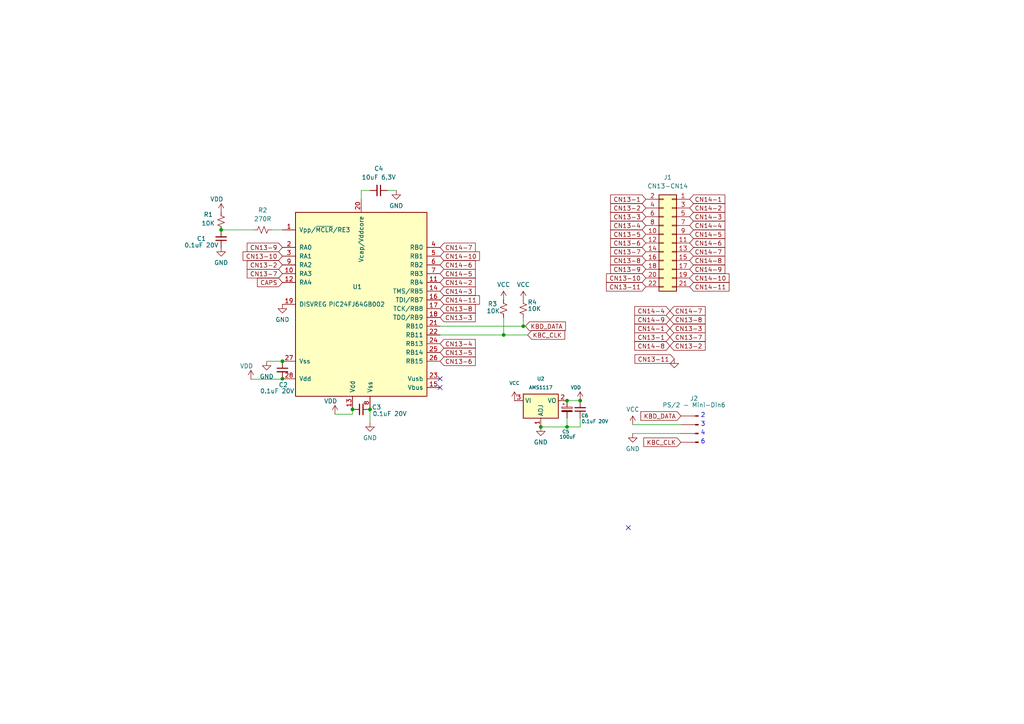
<source format=kicad_sch>
(kicad_sch (version 20230121) (generator eeschema)

  (uuid 2d9128a8-cdf4-45cc-8a8d-0ebe124b3f4b)

  (paper "A4")

  (lib_symbols
    (symbol "Connector:Conn_01x04_Pin" (pin_numbers hide) (pin_names (offset 1.016) hide) (in_bom yes) (on_board yes)
      (property "Reference" "J" (at 0 5.08 0)
        (effects (font (size 1.27 1.27)))
      )
      (property "Value" "Conn_01x04_Pin" (at 0 -7.62 0)
        (effects (font (size 1.27 1.27)))
      )
      (property "Footprint" "" (at 0 0 0)
        (effects (font (size 1.27 1.27)) hide)
      )
      (property "Datasheet" "~" (at 0 0 0)
        (effects (font (size 1.27 1.27)) hide)
      )
      (property "ki_locked" "" (at 0 0 0)
        (effects (font (size 1.27 1.27)))
      )
      (property "ki_keywords" "connector" (at 0 0 0)
        (effects (font (size 1.27 1.27)) hide)
      )
      (property "ki_description" "Generic connector, single row, 01x04, script generated" (at 0 0 0)
        (effects (font (size 1.27 1.27)) hide)
      )
      (property "ki_fp_filters" "Connector*:*_1x??_*" (at 0 0 0)
        (effects (font (size 1.27 1.27)) hide)
      )
      (symbol "Conn_01x04_Pin_1_1"
        (polyline
          (pts
            (xy 1.27 -5.08)
            (xy 0.8636 -5.08)
          )
          (stroke (width 0.1524) (type default))
          (fill (type none))
        )
        (polyline
          (pts
            (xy 1.27 -2.54)
            (xy 0.8636 -2.54)
          )
          (stroke (width 0.1524) (type default))
          (fill (type none))
        )
        (polyline
          (pts
            (xy 1.27 0)
            (xy 0.8636 0)
          )
          (stroke (width 0.1524) (type default))
          (fill (type none))
        )
        (polyline
          (pts
            (xy 1.27 2.54)
            (xy 0.8636 2.54)
          )
          (stroke (width 0.1524) (type default))
          (fill (type none))
        )
        (rectangle (start 0.8636 -4.953) (end 0 -5.207)
          (stroke (width 0.1524) (type default))
          (fill (type outline))
        )
        (rectangle (start 0.8636 -2.413) (end 0 -2.667)
          (stroke (width 0.1524) (type default))
          (fill (type outline))
        )
        (rectangle (start 0.8636 0.127) (end 0 -0.127)
          (stroke (width 0.1524) (type default))
          (fill (type outline))
        )
        (rectangle (start 0.8636 2.667) (end 0 2.413)
          (stroke (width 0.1524) (type default))
          (fill (type outline))
        )
        (pin passive line (at 5.08 2.54 180) (length 3.81)
          (name "Pin_1" (effects (font (size 1.27 1.27))))
          (number "1" (effects (font (size 1.27 1.27))))
        )
        (pin passive line (at 5.08 0 180) (length 3.81)
          (name "Pin_2" (effects (font (size 1.27 1.27))))
          (number "2" (effects (font (size 1.27 1.27))))
        )
        (pin passive line (at 5.08 -2.54 180) (length 3.81)
          (name "Pin_3" (effects (font (size 1.27 1.27))))
          (number "3" (effects (font (size 1.27 1.27))))
        )
        (pin passive line (at 5.08 -5.08 180) (length 3.81)
          (name "Pin_4" (effects (font (size 1.27 1.27))))
          (number "4" (effects (font (size 1.27 1.27))))
        )
      )
    )
    (symbol "Connector_Generic:Conn_02x11_Odd_Even" (pin_names (offset 1.016) hide) (in_bom yes) (on_board yes)
      (property "Reference" "J" (at 1.27 15.24 0)
        (effects (font (size 1.27 1.27)))
      )
      (property "Value" "Conn_02x11_Odd_Even" (at 1.27 -15.24 0)
        (effects (font (size 1.27 1.27)))
      )
      (property "Footprint" "" (at 0 0 0)
        (effects (font (size 1.27 1.27)) hide)
      )
      (property "Datasheet" "~" (at 0 0 0)
        (effects (font (size 1.27 1.27)) hide)
      )
      (property "ki_keywords" "connector" (at 0 0 0)
        (effects (font (size 1.27 1.27)) hide)
      )
      (property "ki_description" "Generic connector, double row, 02x11, odd/even pin numbering scheme (row 1 odd numbers, row 2 even numbers), script generated (kicad-library-utils/schlib/autogen/connector/)" (at 0 0 0)
        (effects (font (size 1.27 1.27)) hide)
      )
      (property "ki_fp_filters" "Connector*:*_2x??_*" (at 0 0 0)
        (effects (font (size 1.27 1.27)) hide)
      )
      (symbol "Conn_02x11_Odd_Even_1_1"
        (rectangle (start -1.27 -12.573) (end 0 -12.827)
          (stroke (width 0.1524) (type default))
          (fill (type none))
        )
        (rectangle (start -1.27 -10.033) (end 0 -10.287)
          (stroke (width 0.1524) (type default))
          (fill (type none))
        )
        (rectangle (start -1.27 -7.493) (end 0 -7.747)
          (stroke (width 0.1524) (type default))
          (fill (type none))
        )
        (rectangle (start -1.27 -4.953) (end 0 -5.207)
          (stroke (width 0.1524) (type default))
          (fill (type none))
        )
        (rectangle (start -1.27 -2.413) (end 0 -2.667)
          (stroke (width 0.1524) (type default))
          (fill (type none))
        )
        (rectangle (start -1.27 0.127) (end 0 -0.127)
          (stroke (width 0.1524) (type default))
          (fill (type none))
        )
        (rectangle (start -1.27 2.667) (end 0 2.413)
          (stroke (width 0.1524) (type default))
          (fill (type none))
        )
        (rectangle (start -1.27 5.207) (end 0 4.953)
          (stroke (width 0.1524) (type default))
          (fill (type none))
        )
        (rectangle (start -1.27 7.747) (end 0 7.493)
          (stroke (width 0.1524) (type default))
          (fill (type none))
        )
        (rectangle (start -1.27 10.287) (end 0 10.033)
          (stroke (width 0.1524) (type default))
          (fill (type none))
        )
        (rectangle (start -1.27 12.827) (end 0 12.573)
          (stroke (width 0.1524) (type default))
          (fill (type none))
        )
        (rectangle (start -1.27 13.97) (end 3.81 -13.97)
          (stroke (width 0.254) (type default))
          (fill (type background))
        )
        (rectangle (start 3.81 -12.573) (end 2.54 -12.827)
          (stroke (width 0.1524) (type default))
          (fill (type none))
        )
        (rectangle (start 3.81 -10.033) (end 2.54 -10.287)
          (stroke (width 0.1524) (type default))
          (fill (type none))
        )
        (rectangle (start 3.81 -7.493) (end 2.54 -7.747)
          (stroke (width 0.1524) (type default))
          (fill (type none))
        )
        (rectangle (start 3.81 -4.953) (end 2.54 -5.207)
          (stroke (width 0.1524) (type default))
          (fill (type none))
        )
        (rectangle (start 3.81 -2.413) (end 2.54 -2.667)
          (stroke (width 0.1524) (type default))
          (fill (type none))
        )
        (rectangle (start 3.81 0.127) (end 2.54 -0.127)
          (stroke (width 0.1524) (type default))
          (fill (type none))
        )
        (rectangle (start 3.81 2.667) (end 2.54 2.413)
          (stroke (width 0.1524) (type default))
          (fill (type none))
        )
        (rectangle (start 3.81 5.207) (end 2.54 4.953)
          (stroke (width 0.1524) (type default))
          (fill (type none))
        )
        (rectangle (start 3.81 7.747) (end 2.54 7.493)
          (stroke (width 0.1524) (type default))
          (fill (type none))
        )
        (rectangle (start 3.81 10.287) (end 2.54 10.033)
          (stroke (width 0.1524) (type default))
          (fill (type none))
        )
        (rectangle (start 3.81 12.827) (end 2.54 12.573)
          (stroke (width 0.1524) (type default))
          (fill (type none))
        )
        (pin passive line (at -5.08 12.7 0) (length 3.81)
          (name "Pin_1" (effects (font (size 1.27 1.27))))
          (number "1" (effects (font (size 1.27 1.27))))
        )
        (pin passive line (at 7.62 2.54 180) (length 3.81)
          (name "Pin_10" (effects (font (size 1.27 1.27))))
          (number "10" (effects (font (size 1.27 1.27))))
        )
        (pin passive line (at -5.08 0 0) (length 3.81)
          (name "Pin_11" (effects (font (size 1.27 1.27))))
          (number "11" (effects (font (size 1.27 1.27))))
        )
        (pin passive line (at 7.62 0 180) (length 3.81)
          (name "Pin_12" (effects (font (size 1.27 1.27))))
          (number "12" (effects (font (size 1.27 1.27))))
        )
        (pin passive line (at -5.08 -2.54 0) (length 3.81)
          (name "Pin_13" (effects (font (size 1.27 1.27))))
          (number "13" (effects (font (size 1.27 1.27))))
        )
        (pin passive line (at 7.62 -2.54 180) (length 3.81)
          (name "Pin_14" (effects (font (size 1.27 1.27))))
          (number "14" (effects (font (size 1.27 1.27))))
        )
        (pin passive line (at -5.08 -5.08 0) (length 3.81)
          (name "Pin_15" (effects (font (size 1.27 1.27))))
          (number "15" (effects (font (size 1.27 1.27))))
        )
        (pin passive line (at 7.62 -5.08 180) (length 3.81)
          (name "Pin_16" (effects (font (size 1.27 1.27))))
          (number "16" (effects (font (size 1.27 1.27))))
        )
        (pin passive line (at -5.08 -7.62 0) (length 3.81)
          (name "Pin_17" (effects (font (size 1.27 1.27))))
          (number "17" (effects (font (size 1.27 1.27))))
        )
        (pin passive line (at 7.62 -7.62 180) (length 3.81)
          (name "Pin_18" (effects (font (size 1.27 1.27))))
          (number "18" (effects (font (size 1.27 1.27))))
        )
        (pin passive line (at -5.08 -10.16 0) (length 3.81)
          (name "Pin_19" (effects (font (size 1.27 1.27))))
          (number "19" (effects (font (size 1.27 1.27))))
        )
        (pin passive line (at 7.62 12.7 180) (length 3.81)
          (name "Pin_2" (effects (font (size 1.27 1.27))))
          (number "2" (effects (font (size 1.27 1.27))))
        )
        (pin passive line (at 7.62 -10.16 180) (length 3.81)
          (name "Pin_20" (effects (font (size 1.27 1.27))))
          (number "20" (effects (font (size 1.27 1.27))))
        )
        (pin passive line (at -5.08 -12.7 0) (length 3.81)
          (name "Pin_21" (effects (font (size 1.27 1.27))))
          (number "21" (effects (font (size 1.27 1.27))))
        )
        (pin passive line (at 7.62 -12.7 180) (length 3.81)
          (name "Pin_22" (effects (font (size 1.27 1.27))))
          (number "22" (effects (font (size 1.27 1.27))))
        )
        (pin passive line (at -5.08 10.16 0) (length 3.81)
          (name "Pin_3" (effects (font (size 1.27 1.27))))
          (number "3" (effects (font (size 1.27 1.27))))
        )
        (pin passive line (at 7.62 10.16 180) (length 3.81)
          (name "Pin_4" (effects (font (size 1.27 1.27))))
          (number "4" (effects (font (size 1.27 1.27))))
        )
        (pin passive line (at -5.08 7.62 0) (length 3.81)
          (name "Pin_5" (effects (font (size 1.27 1.27))))
          (number "5" (effects (font (size 1.27 1.27))))
        )
        (pin passive line (at 7.62 7.62 180) (length 3.81)
          (name "Pin_6" (effects (font (size 1.27 1.27))))
          (number "6" (effects (font (size 1.27 1.27))))
        )
        (pin passive line (at -5.08 5.08 0) (length 3.81)
          (name "Pin_7" (effects (font (size 1.27 1.27))))
          (number "7" (effects (font (size 1.27 1.27))))
        )
        (pin passive line (at 7.62 5.08 180) (length 3.81)
          (name "Pin_8" (effects (font (size 1.27 1.27))))
          (number "8" (effects (font (size 1.27 1.27))))
        )
        (pin passive line (at -5.08 2.54 0) (length 3.81)
          (name "Pin_9" (effects (font (size 1.27 1.27))))
          (number "9" (effects (font (size 1.27 1.27))))
        )
      )
    )
    (symbol "Device:C_Polarized_Small" (pin_numbers hide) (pin_names (offset 0.254) hide) (in_bom yes) (on_board yes)
      (property "Reference" "C" (at 0.254 1.778 0)
        (effects (font (size 1.27 1.27)) (justify left))
      )
      (property "Value" "C_Polarized_Small" (at 0.254 -2.032 0)
        (effects (font (size 1.27 1.27)) (justify left))
      )
      (property "Footprint" "" (at 0 0 0)
        (effects (font (size 1.27 1.27)) hide)
      )
      (property "Datasheet" "~" (at 0 0 0)
        (effects (font (size 1.27 1.27)) hide)
      )
      (property "ki_keywords" "cap capacitor" (at 0 0 0)
        (effects (font (size 1.27 1.27)) hide)
      )
      (property "ki_description" "Polarized capacitor, small symbol" (at 0 0 0)
        (effects (font (size 1.27 1.27)) hide)
      )
      (property "ki_fp_filters" "CP_*" (at 0 0 0)
        (effects (font (size 1.27 1.27)) hide)
      )
      (symbol "C_Polarized_Small_0_1"
        (rectangle (start -1.524 -0.3048) (end 1.524 -0.6858)
          (stroke (width 0) (type default))
          (fill (type outline))
        )
        (rectangle (start -1.524 0.6858) (end 1.524 0.3048)
          (stroke (width 0) (type default))
          (fill (type none))
        )
        (polyline
          (pts
            (xy -1.27 1.524)
            (xy -0.762 1.524)
          )
          (stroke (width 0) (type default))
          (fill (type none))
        )
        (polyline
          (pts
            (xy -1.016 1.27)
            (xy -1.016 1.778)
          )
          (stroke (width 0) (type default))
          (fill (type none))
        )
      )
      (symbol "C_Polarized_Small_1_1"
        (pin passive line (at 0 2.54 270) (length 1.8542)
          (name "~" (effects (font (size 1.27 1.27))))
          (number "1" (effects (font (size 1.27 1.27))))
        )
        (pin passive line (at 0 -2.54 90) (length 1.8542)
          (name "~" (effects (font (size 1.27 1.27))))
          (number "2" (effects (font (size 1.27 1.27))))
        )
      )
    )
    (symbol "Device:C_Small" (pin_numbers hide) (pin_names (offset 0.254) hide) (in_bom yes) (on_board yes)
      (property "Reference" "C" (at 0.254 1.778 0)
        (effects (font (size 1.27 1.27)) (justify left))
      )
      (property "Value" "C_Small" (at 0.254 -2.032 0)
        (effects (font (size 1.27 1.27)) (justify left))
      )
      (property "Footprint" "" (at 0 0 0)
        (effects (font (size 1.27 1.27)) hide)
      )
      (property "Datasheet" "~" (at 0 0 0)
        (effects (font (size 1.27 1.27)) hide)
      )
      (property "ki_keywords" "capacitor cap" (at 0 0 0)
        (effects (font (size 1.27 1.27)) hide)
      )
      (property "ki_description" "Unpolarized capacitor, small symbol" (at 0 0 0)
        (effects (font (size 1.27 1.27)) hide)
      )
      (property "ki_fp_filters" "C_*" (at 0 0 0)
        (effects (font (size 1.27 1.27)) hide)
      )
      (symbol "C_Small_0_1"
        (polyline
          (pts
            (xy -1.524 -0.508)
            (xy 1.524 -0.508)
          )
          (stroke (width 0.3302) (type default))
          (fill (type none))
        )
        (polyline
          (pts
            (xy -1.524 0.508)
            (xy 1.524 0.508)
          )
          (stroke (width 0.3048) (type default))
          (fill (type none))
        )
      )
      (symbol "C_Small_1_1"
        (pin passive line (at 0 2.54 270) (length 2.032)
          (name "~" (effects (font (size 1.27 1.27))))
          (number "1" (effects (font (size 1.27 1.27))))
        )
        (pin passive line (at 0 -2.54 90) (length 2.032)
          (name "~" (effects (font (size 1.27 1.27))))
          (number "2" (effects (font (size 1.27 1.27))))
        )
      )
    )
    (symbol "Device:R_Small_US" (pin_numbers hide) (pin_names (offset 0.254) hide) (in_bom yes) (on_board yes)
      (property "Reference" "R" (at 0.762 0.508 0)
        (effects (font (size 1.27 1.27)) (justify left))
      )
      (property "Value" "R_Small_US" (at 0.762 -1.016 0)
        (effects (font (size 1.27 1.27)) (justify left))
      )
      (property "Footprint" "" (at 0 0 0)
        (effects (font (size 1.27 1.27)) hide)
      )
      (property "Datasheet" "~" (at 0 0 0)
        (effects (font (size 1.27 1.27)) hide)
      )
      (property "ki_keywords" "r resistor" (at 0 0 0)
        (effects (font (size 1.27 1.27)) hide)
      )
      (property "ki_description" "Resistor, small US symbol" (at 0 0 0)
        (effects (font (size 1.27 1.27)) hide)
      )
      (property "ki_fp_filters" "R_*" (at 0 0 0)
        (effects (font (size 1.27 1.27)) hide)
      )
      (symbol "R_Small_US_1_1"
        (polyline
          (pts
            (xy 0 0)
            (xy 1.016 -0.381)
            (xy 0 -0.762)
            (xy -1.016 -1.143)
            (xy 0 -1.524)
          )
          (stroke (width 0) (type default))
          (fill (type none))
        )
        (polyline
          (pts
            (xy 0 1.524)
            (xy 1.016 1.143)
            (xy 0 0.762)
            (xy -1.016 0.381)
            (xy 0 0)
          )
          (stroke (width 0) (type default))
          (fill (type none))
        )
        (pin passive line (at 0 2.54 270) (length 1.016)
          (name "~" (effects (font (size 1.27 1.27))))
          (number "1" (effects (font (size 1.27 1.27))))
        )
        (pin passive line (at 0 -2.54 90) (length 1.016)
          (name "~" (effects (font (size 1.27 1.27))))
          (number "2" (effects (font (size 1.27 1.27))))
        )
      )
    )
    (symbol "Regulator_Linear:AMS1117" (in_bom yes) (on_board yes)
      (property "Reference" "U" (at -3.81 3.175 0)
        (effects (font (size 1.27 1.27)))
      )
      (property "Value" "AMS1117" (at 0 3.175 0)
        (effects (font (size 1.27 1.27)) (justify left))
      )
      (property "Footprint" "Package_TO_SOT_SMD:SOT-223-3_TabPin2" (at 0 5.08 0)
        (effects (font (size 1.27 1.27)) hide)
      )
      (property "Datasheet" "http://www.advanced-monolithic.com/pdf/ds1117.pdf" (at 2.54 -6.35 0)
        (effects (font (size 1.27 1.27)) hide)
      )
      (property "ki_keywords" "linear regulator ldo adjustable positive" (at 0 0 0)
        (effects (font (size 1.27 1.27)) hide)
      )
      (property "ki_description" "1A Low Dropout regulator, positive, adjustable output, SOT-223" (at 0 0 0)
        (effects (font (size 1.27 1.27)) hide)
      )
      (property "ki_fp_filters" "SOT?223*TabPin2*" (at 0 0 0)
        (effects (font (size 1.27 1.27)) hide)
      )
      (symbol "AMS1117_0_1"
        (rectangle (start -5.08 -5.08) (end 5.08 1.905)
          (stroke (width 0.254) (type default))
          (fill (type background))
        )
      )
      (symbol "AMS1117_1_1"
        (pin input line (at 0 -7.62 90) (length 2.54)
          (name "ADJ" (effects (font (size 1.27 1.27))))
          (number "1" (effects (font (size 1.27 1.27))))
        )
        (pin power_out line (at 7.62 0 180) (length 2.54)
          (name "VO" (effects (font (size 1.27 1.27))))
          (number "2" (effects (font (size 1.27 1.27))))
        )
        (pin power_in line (at -7.62 0 0) (length 2.54)
          (name "VI" (effects (font (size 1.27 1.27))))
          (number "3" (effects (font (size 1.27 1.27))))
        )
      )
    )
    (symbol "Roni Symbols:PIC24FJ64GB002-ISP" (pin_names (offset 1.016)) (in_bom yes) (on_board yes)
      (property "Reference" "U" (at 2.54 30.48 0)
        (effects (font (size 1.27 1.27)) (justify left))
      )
      (property "Value" "PIC24FJ64GB002-ISP" (at 2.54 27.94 0)
        (effects (font (size 1.27 1.27)) (justify left))
      )
      (property "Footprint" "" (at 0 0 0)
        (effects (font (size 1.27 1.27)) hide)
      )
      (property "Datasheet" "http://ww1.microchip.com/downloads/en/DeviceDoc/41452B.pdf" (at 0 33.02 0)
        (effects (font (size 1.27 1.27)) hide)
      )
      (property "ki_keywords" "FLASH-Based 8-Bit CMOS Microcontroller XLP" (at 0 0 0)
        (effects (font (size 1.27 1.27)) hide)
      )
      (property "ki_description" "PIC16F1518, 16384W FLASH, 1024B SRAM, SPDIP-28" (at 0 0 0)
        (effects (font (size 1.27 1.27)) hide)
      )
      (property "ki_fp_filters" "DIP* PDIP* SO* SSOP*" (at 0 0 0)
        (effects (font (size 1.27 1.27)) hide)
      )
      (symbol "PIC24FJ64GB002-ISP_0_1"
        (rectangle (start -19.05 26.67) (end 19.05 -26.67)
          (stroke (width 0.254) (type default))
          (fill (type background))
        )
      )
      (symbol "PIC24FJ64GB002-ISP_1_1"
        (pin input line (at -22.86 21.59 0) (length 3.81)
          (name "Vpp/~{MCLR}/RE3" (effects (font (size 1.27 1.27))))
          (number "1" (effects (font (size 1.27 1.27))))
        )
        (pin bidirectional line (at -22.86 8.89 0) (length 3.81)
          (name "RA3" (effects (font (size 1.27 1.27))))
          (number "10" (effects (font (size 1.27 1.27))))
        )
        (pin bidirectional line (at 22.86 6.35 180) (length 3.81)
          (name "RB4" (effects (font (size 1.27 1.27))))
          (number "11" (effects (font (size 1.27 1.27))))
        )
        (pin bidirectional line (at -22.86 6.35 0) (length 3.81)
          (name "RA4" (effects (font (size 1.27 1.27))))
          (number "12" (effects (font (size 1.27 1.27))))
        )
        (pin power_in line (at -2.54 -30.48 90) (length 3.81)
          (name "Vdd" (effects (font (size 1.27 1.27))))
          (number "13" (effects (font (size 1.27 1.27))))
        )
        (pin bidirectional line (at 22.86 3.81 180) (length 3.81)
          (name "TMS/RB5" (effects (font (size 1.27 1.27))))
          (number "14" (effects (font (size 1.27 1.27))))
        )
        (pin bidirectional line (at 22.86 -24.13 180) (length 3.81)
          (name "Vbus" (effects (font (size 1.27 1.27))))
          (number "15" (effects (font (size 1.27 1.27))))
        )
        (pin bidirectional line (at 22.86 1.27 180) (length 3.81)
          (name "TDI/RB7" (effects (font (size 1.27 1.27))))
          (number "16" (effects (font (size 1.27 1.27))))
        )
        (pin bidirectional line (at 22.86 -1.27 180) (length 3.81)
          (name "TCK/RB8" (effects (font (size 1.27 1.27))))
          (number "17" (effects (font (size 1.27 1.27))))
        )
        (pin bidirectional line (at 22.86 -3.81 180) (length 3.81)
          (name "TDO/RB9" (effects (font (size 1.27 1.27))))
          (number "18" (effects (font (size 1.27 1.27))))
        )
        (pin power_in line (at -22.86 0 0) (length 3.81)
          (name "DISVREG" (effects (font (size 1.27 1.27))))
          (number "19" (effects (font (size 1.27 1.27))))
        )
        (pin bidirectional line (at -22.86 16.51 0) (length 3.81)
          (name "RA0" (effects (font (size 1.27 1.27))))
          (number "2" (effects (font (size 1.27 1.27))))
        )
        (pin power_in line (at 0 30.48 270) (length 3.81)
          (name "Vcap/Vddcore" (effects (font (size 1.27 1.27))))
          (number "20" (effects (font (size 1.27 1.27))))
        )
        (pin bidirectional line (at 22.86 -6.35 180) (length 3.81)
          (name "RB10" (effects (font (size 1.27 1.27))))
          (number "21" (effects (font (size 1.27 1.27))))
        )
        (pin bidirectional line (at 22.86 -8.89 180) (length 3.81)
          (name "RB11" (effects (font (size 1.27 1.27))))
          (number "22" (effects (font (size 1.27 1.27))))
        )
        (pin bidirectional line (at 22.86 -21.59 180) (length 3.81)
          (name "Vusb" (effects (font (size 1.27 1.27))))
          (number "23" (effects (font (size 1.27 1.27))))
        )
        (pin bidirectional line (at 22.86 -11.43 180) (length 3.81)
          (name "RB13" (effects (font (size 1.27 1.27))))
          (number "24" (effects (font (size 1.27 1.27))))
        )
        (pin bidirectional line (at 22.86 -13.97 180) (length 3.81)
          (name "RB14" (effects (font (size 1.27 1.27))))
          (number "25" (effects (font (size 1.27 1.27))))
        )
        (pin bidirectional line (at 22.86 -16.51 180) (length 3.81)
          (name "RB15" (effects (font (size 1.27 1.27))))
          (number "26" (effects (font (size 1.27 1.27))))
        )
        (pin power_in line (at -22.86 -16.51 0) (length 3.81)
          (name "Vss" (effects (font (size 1.27 1.27))))
          (number "27" (effects (font (size 1.27 1.27))))
        )
        (pin power_in line (at -22.86 -21.59 0) (length 3.81)
          (name "Vdd" (effects (font (size 1.27 1.27))))
          (number "28" (effects (font (size 1.27 1.27))))
        )
        (pin bidirectional line (at -22.86 13.97 0) (length 3.81)
          (name "RA1" (effects (font (size 1.27 1.27))))
          (number "3" (effects (font (size 1.27 1.27))))
        )
        (pin bidirectional line (at 22.86 16.51 180) (length 3.81)
          (name "RB0" (effects (font (size 1.27 1.27))))
          (number "4" (effects (font (size 1.27 1.27))))
        )
        (pin bidirectional line (at 22.86 13.97 180) (length 3.81)
          (name "RB1" (effects (font (size 1.27 1.27))))
          (number "5" (effects (font (size 1.27 1.27))))
        )
        (pin bidirectional line (at 22.86 11.43 180) (length 3.81)
          (name "RB2" (effects (font (size 1.27 1.27))))
          (number "6" (effects (font (size 1.27 1.27))))
        )
        (pin bidirectional line (at 22.86 8.89 180) (length 3.81)
          (name "RB3" (effects (font (size 1.27 1.27))))
          (number "7" (effects (font (size 1.27 1.27))))
        )
        (pin power_in line (at 2.54 -30.48 90) (length 3.81)
          (name "Vss" (effects (font (size 1.27 1.27))))
          (number "8" (effects (font (size 1.27 1.27))))
        )
        (pin bidirectional line (at -22.86 11.43 0) (length 3.81)
          (name "RA2" (effects (font (size 1.27 1.27))))
          (number "9" (effects (font (size 1.27 1.27))))
        )
      )
    )
    (symbol "power:GND" (power) (pin_names (offset 0)) (in_bom yes) (on_board yes)
      (property "Reference" "#PWR" (at 0 -6.35 0)
        (effects (font (size 1.27 1.27)) hide)
      )
      (property "Value" "GND" (at 0 -3.81 0)
        (effects (font (size 1.27 1.27)))
      )
      (property "Footprint" "" (at 0 0 0)
        (effects (font (size 1.27 1.27)) hide)
      )
      (property "Datasheet" "" (at 0 0 0)
        (effects (font (size 1.27 1.27)) hide)
      )
      (property "ki_keywords" "global power" (at 0 0 0)
        (effects (font (size 1.27 1.27)) hide)
      )
      (property "ki_description" "Power symbol creates a global label with name \"GND\" , ground" (at 0 0 0)
        (effects (font (size 1.27 1.27)) hide)
      )
      (symbol "GND_0_1"
        (polyline
          (pts
            (xy 0 0)
            (xy 0 -1.27)
            (xy 1.27 -1.27)
            (xy 0 -2.54)
            (xy -1.27 -1.27)
            (xy 0 -1.27)
          )
          (stroke (width 0) (type default))
          (fill (type none))
        )
      )
      (symbol "GND_1_1"
        (pin power_in line (at 0 0 270) (length 0) hide
          (name "GND" (effects (font (size 1.27 1.27))))
          (number "1" (effects (font (size 1.27 1.27))))
        )
      )
    )
    (symbol "power:VCC" (power) (pin_names (offset 0)) (in_bom yes) (on_board yes)
      (property "Reference" "#PWR" (at 0 -3.81 0)
        (effects (font (size 1.27 1.27)) hide)
      )
      (property "Value" "VCC" (at 0 3.81 0)
        (effects (font (size 1.27 1.27)))
      )
      (property "Footprint" "" (at 0 0 0)
        (effects (font (size 1.27 1.27)) hide)
      )
      (property "Datasheet" "" (at 0 0 0)
        (effects (font (size 1.27 1.27)) hide)
      )
      (property "ki_keywords" "global power" (at 0 0 0)
        (effects (font (size 1.27 1.27)) hide)
      )
      (property "ki_description" "Power symbol creates a global label with name \"VCC\"" (at 0 0 0)
        (effects (font (size 1.27 1.27)) hide)
      )
      (symbol "VCC_0_1"
        (polyline
          (pts
            (xy -0.762 1.27)
            (xy 0 2.54)
          )
          (stroke (width 0) (type default))
          (fill (type none))
        )
        (polyline
          (pts
            (xy 0 0)
            (xy 0 2.54)
          )
          (stroke (width 0) (type default))
          (fill (type none))
        )
        (polyline
          (pts
            (xy 0 2.54)
            (xy 0.762 1.27)
          )
          (stroke (width 0) (type default))
          (fill (type none))
        )
      )
      (symbol "VCC_1_1"
        (pin power_in line (at 0 0 90) (length 0) hide
          (name "VCC" (effects (font (size 1.27 1.27))))
          (number "1" (effects (font (size 1.27 1.27))))
        )
      )
    )
    (symbol "power:VDD" (power) (pin_names (offset 0)) (in_bom yes) (on_board yes)
      (property "Reference" "#PWR" (at 0 -3.81 0)
        (effects (font (size 1.27 1.27)) hide)
      )
      (property "Value" "VDD" (at 0 3.81 0)
        (effects (font (size 1.27 1.27)))
      )
      (property "Footprint" "" (at 0 0 0)
        (effects (font (size 1.27 1.27)) hide)
      )
      (property "Datasheet" "" (at 0 0 0)
        (effects (font (size 1.27 1.27)) hide)
      )
      (property "ki_keywords" "global power" (at 0 0 0)
        (effects (font (size 1.27 1.27)) hide)
      )
      (property "ki_description" "Power symbol creates a global label with name \"VDD\"" (at 0 0 0)
        (effects (font (size 1.27 1.27)) hide)
      )
      (symbol "VDD_0_1"
        (polyline
          (pts
            (xy -0.762 1.27)
            (xy 0 2.54)
          )
          (stroke (width 0) (type default))
          (fill (type none))
        )
        (polyline
          (pts
            (xy 0 0)
            (xy 0 2.54)
          )
          (stroke (width 0) (type default))
          (fill (type none))
        )
        (polyline
          (pts
            (xy 0 2.54)
            (xy 0.762 1.27)
          )
          (stroke (width 0) (type default))
          (fill (type none))
        )
      )
      (symbol "VDD_1_1"
        (pin power_in line (at 0 0 90) (length 0) hide
          (name "VDD" (effects (font (size 1.27 1.27))))
          (number "1" (effects (font (size 1.27 1.27))))
        )
      )
    )
  )

  (junction (at 151.765 94.615) (diameter 0) (color 0 0 0 0)
    (uuid 0c093a9d-4c27-468d-b051-51f698ae8b8a)
  )
  (junction (at 168.275 116.205) (diameter 0) (color 0 0 0 0)
    (uuid 2442c34e-0e37-4aa5-ae36-9d6a1d3f572c)
  )
  (junction (at 156.845 123.825) (diameter 0) (color 0 0 0 0)
    (uuid 30f6e48a-58bd-43b4-989d-ae587dce7015)
  )
  (junction (at 81.915 109.855) (diameter 0) (color 0 0 0 0)
    (uuid 39629e46-3048-4293-9893-3e6d4dc032e3)
  )
  (junction (at 146.0838 97.155) (diameter 0) (color 0 0 0 0)
    (uuid 4d99e6bf-1c33-421f-8bc5-d91d805695ff)
  )
  (junction (at 164.465 116.205) (diameter 0) (color 0 0 0 0)
    (uuid 4e8750ec-c8f3-4c50-9a53-400471087a0f)
  )
  (junction (at 164.465 123.825) (diameter 0) (color 0 0 0 0)
    (uuid 503c9900-fa0a-40ae-8262-940860927369)
  )
  (junction (at 107.315 118.745) (diameter 0) (color 0 0 0 0)
    (uuid a7a6f489-4d7a-4d40-973f-ddbfa0c81686)
  )
  (junction (at 64.135 66.675) (diameter 0) (color 0 0 0 0)
    (uuid a8e9cfff-ec6a-4539-a8bb-41bac99a2138)
  )
  (junction (at 81.915 104.775) (diameter 0) (color 0 0 0 0)
    (uuid bda9644e-8fa5-42b9-a479-eea660b451d7)
  )
  (junction (at 102.235 118.745) (diameter 0) (color 0 0 0 0)
    (uuid c0d0ebed-0be9-4975-9dd5-6cbbccac395e)
  )

  (no_connect (at 127.635 112.395) (uuid bfa8a262-6500-4b20-a50b-53d64480a58d))
  (no_connect (at 127.635 109.855) (uuid de9ed969-47f1-4164-9f23-ff5110c20328))
  (no_connect (at 182.245 153.035) (uuid fbaa8f3e-0938-4ca9-a08a-6432da6e450f))

  (wire (pts (xy 64.135 66.675) (xy 73.66 66.675))
    (stroke (width 0) (type default))
    (uuid 06e9bfd9-7a80-4f5f-ae72-0e9df3462a31)
  )
  (wire (pts (xy 127.635 97.155) (xy 146.0838 97.155))
    (stroke (width 0) (type default))
    (uuid 0c794235-1658-4563-946c-6be4e631197e)
  )
  (wire (pts (xy 104.775 57.785) (xy 104.775 55.245))
    (stroke (width 0) (type default))
    (uuid 138e87d1-ae27-45de-ab1d-b52258647f2a)
  )
  (wire (pts (xy 164.465 116.205) (xy 168.275 116.205))
    (stroke (width 0) (type default))
    (uuid 173303c6-aab9-4b40-a3c3-31c813d2e710)
  )
  (wire (pts (xy 81.915 109.982) (xy 81.915 109.855))
    (stroke (width 0) (type default))
    (uuid 1d2cca1f-843a-4af3-8cf7-0fb8b8b4c999)
  )
  (wire (pts (xy 146.0838 97.155) (xy 146.0838 92.075))
    (stroke (width 0) (type default))
    (uuid 251fa126-b6a7-41a1-b805-fbec286d7c3a)
  )
  (wire (pts (xy 72.771 109.982) (xy 81.915 109.982))
    (stroke (width 0) (type default))
    (uuid 3548ec3c-7d53-4883-9908-d038cac3c728)
  )
  (wire (pts (xy 104.775 55.245) (xy 107.315 55.245))
    (stroke (width 0) (type default))
    (uuid 521fbaad-707d-4878-ae3a-2735c79413b7)
  )
  (wire (pts (xy 164.465 123.825) (xy 164.465 121.285))
    (stroke (width 0) (type default))
    (uuid 59ea64eb-5832-441f-9e79-b88736f76178)
  )
  (wire (pts (xy 168.275 121.285) (xy 168.275 123.825))
    (stroke (width 0) (type default))
    (uuid 5a9ff0bd-878e-4398-ac9a-96b32cd5d5e4)
  )
  (wire (pts (xy 146.0838 97.155) (xy 153.035 97.155))
    (stroke (width 0) (type default))
    (uuid 6384f62d-8775-4c3d-9188-9da299c6b952)
  )
  (wire (pts (xy 146.0838 92.075) (xy 146.05 92.075))
    (stroke (width 0) (type default))
    (uuid 6967c8a7-6219-4212-b938-e33b6944ee06)
  )
  (wire (pts (xy 183.515 123.19) (xy 197.485 123.19))
    (stroke (width 0) (type default))
    (uuid 7cd0939c-aecd-44d4-998a-3d762539ba0b)
  )
  (wire (pts (xy 183.515 125.73) (xy 197.485 125.73))
    (stroke (width 0) (type default))
    (uuid 860c9372-c16f-4085-8a0e-7a535bd94f79)
  )
  (wire (pts (xy 168.275 123.825) (xy 164.465 123.825))
    (stroke (width 0) (type default))
    (uuid 8a28832b-f8a5-43bb-bc98-162c342e3bea)
  )
  (wire (pts (xy 127.635 94.615) (xy 151.765 94.615))
    (stroke (width 0) (type default))
    (uuid 8f5ea3eb-4867-4f37-be82-e670d5425927)
  )
  (wire (pts (xy 112.395 55.245) (xy 114.935 55.245))
    (stroke (width 0) (type default))
    (uuid 946a2b60-96b9-4871-8341-98314637fd56)
  )
  (wire (pts (xy 97.155 120.142) (xy 102.235 120.142))
    (stroke (width 0) (type default))
    (uuid a367d6fb-4ce1-41f0-9e62-c19ce046a0a7)
  )
  (wire (pts (xy 102.235 120.142) (xy 102.235 118.745))
    (stroke (width 0) (type default))
    (uuid bfaeb43b-80d4-4e7e-9ef7-10c33c790727)
  )
  (wire (pts (xy 151.765 94.615) (xy 151.765 92.075))
    (stroke (width 0) (type default))
    (uuid d1e00c49-c588-4179-a417-08c1cd9e6262)
  )
  (wire (pts (xy 77.343 104.775) (xy 81.915 104.775))
    (stroke (width 0) (type default))
    (uuid e03debec-4c7b-410f-a918-14aa775bc520)
  )
  (wire (pts (xy 151.765 94.615) (xy 152.4 94.615))
    (stroke (width 0) (type default))
    (uuid e128095c-d795-4a37-a2a0-8fc6caefc1d7)
  )
  (wire (pts (xy 107.315 118.745) (xy 107.315 122.555))
    (stroke (width 0) (type default))
    (uuid e712586b-b153-419d-861f-41c06518989e)
  )
  (wire (pts (xy 78.74 66.675) (xy 81.915 66.675))
    (stroke (width 0) (type default))
    (uuid ea5799c5-eec4-400b-bce7-90ee5e013810)
  )
  (wire (pts (xy 156.845 123.825) (xy 164.465 123.825))
    (stroke (width 0) (type default))
    (uuid f24d6370-34da-4552-ba00-7467ff7bcea4)
  )

  (text "2" (at 203.2 121.285 0)
    (effects (font (size 1.27 1.27)) (justify left bottom))
    (uuid 9105d005-0fdb-4022-84d7-eef912eaf3d8)
  )
  (text "3" (at 203.2 123.825 0)
    (effects (font (size 1.27 1.27)) (justify left bottom))
    (uuid cf16b8c3-f48d-42f9-b1cd-57328f62ca54)
  )
  (text "6" (at 203.2 128.905 0)
    (effects (font (size 1.27 1.27)) (justify left bottom))
    (uuid d8843426-ca9c-4263-8ea0-d3f36550c572)
  )
  (text "4" (at 203.2 126.365 0)
    (effects (font (size 1.27 1.27)) (justify left bottom))
    (uuid eb32eb8d-7968-42b3-90de-b0bf42eabb58)
  )

  (global_label "CN13-4" (shape input) (at 127.635 99.695 0) (fields_autoplaced)
    (effects (font (size 1.27 1.27)) (justify left))
    (uuid 00933992-5c1f-4e47-a12e-0952e90410ef)
    (property "Intersheetrefs" "${INTERSHEET_REFS}" (at 138.4216 99.695 0)
      (effects (font (size 1.27 1.27)) (justify left) hide)
    )
  )
  (global_label "CN13-8" (shape input) (at 194.31 92.71 0) (fields_autoplaced)
    (effects (font (size 1.27 1.27)) (justify left))
    (uuid 013e688a-e8cd-49d4-a8a4-b07e6ea470d9)
    (property "Intersheetrefs" "${INTERSHEET_REFS}" (at 205.0966 92.71 0)
      (effects (font (size 1.27 1.27)) (justify left) hide)
    )
  )
  (global_label "CN14-9" (shape input) (at 194.31 92.71 180) (fields_autoplaced)
    (effects (font (size 1.27 1.27)) (justify right))
    (uuid 0ba9776d-a1ff-481a-8c91-703786188e50)
    (property "Intersheetrefs" "${INTERSHEET_REFS}" (at 183.5234 92.71 0)
      (effects (font (size 1.27 1.27)) (justify right) hide)
    )
  )
  (global_label "CN13-9" (shape input) (at 187.325 78.105 180) (fields_autoplaced)
    (effects (font (size 1.27 1.27)) (justify right))
    (uuid 21afe936-4a1e-4db1-b841-4fad970286f9)
    (property "Intersheetrefs" "${INTERSHEET_REFS}" (at 176.5384 78.105 0)
      (effects (font (size 1.27 1.27)) (justify right) hide)
    )
  )
  (global_label "CN13-11" (shape input) (at 187.325 83.185 180) (fields_autoplaced)
    (effects (font (size 1.27 1.27)) (justify right))
    (uuid 22e0b72b-8c40-489e-a2e1-e2ce4d9ab7bf)
    (property "Intersheetrefs" "${INTERSHEET_REFS}" (at 176.5384 83.185 0)
      (effects (font (size 1.27 1.27)) (justify right) hide)
    )
  )
  (global_label "KBD_DATA" (shape input) (at 197.485 120.65 180) (fields_autoplaced)
    (effects (font (size 1.27 1.27)) (justify right))
    (uuid 234c29b7-9b4e-453c-8666-b56e10f64921)
    (property "Intersheetrefs" "${INTERSHEET_REFS}" (at 185.3074 120.65 0)
      (effects (font (size 1.27 1.27)) (justify right) hide)
    )
  )
  (global_label "CN14-10" (shape input) (at 127.635 74.295 0) (fields_autoplaced)
    (effects (font (size 1.27 1.27)) (justify left))
    (uuid 24c45445-c422-4be0-a6a8-aa74e72b09a4)
    (property "Intersheetrefs" "${INTERSHEET_REFS}" (at 139.6311 74.295 0)
      (effects (font (size 1.27 1.27)) (justify left) hide)
    )
  )
  (global_label "CAPS" (shape input) (at 81.915 81.915 180) (fields_autoplaced)
    (effects (font (size 1.27 1.27)) (justify right))
    (uuid 2a8a4043-12e4-417b-b34c-8c60ff8232a5)
    (property "Intersheetrefs" "${INTERSHEET_REFS}" (at 74.0917 81.915 0)
      (effects (font (size 1.27 1.27)) (justify right) hide)
    )
  )
  (global_label "CN14-4" (shape input) (at 200.025 65.405 0) (fields_autoplaced)
    (effects (font (size 1.27 1.27)) (justify left))
    (uuid 3337484b-10ff-412a-a783-fcbd37db209f)
    (property "Intersheetrefs" "${INTERSHEET_REFS}" (at 210.8116 65.405 0)
      (effects (font (size 1.27 1.27)) (justify left) hide)
    )
  )
  (global_label "CN14-7" (shape input) (at 127.635 71.755 0) (fields_autoplaced)
    (effects (font (size 1.27 1.27)) (justify left))
    (uuid 342b7c56-460e-49e0-ae9a-abe99ba4db2a)
    (property "Intersheetrefs" "${INTERSHEET_REFS}" (at 138.4216 71.755 0)
      (effects (font (size 1.27 1.27)) (justify left) hide)
    )
  )
  (global_label "CN13-2" (shape input) (at 187.325 60.325 180) (fields_autoplaced)
    (effects (font (size 1.27 1.27)) (justify right))
    (uuid 34b212b2-7074-4fdb-b3b8-dd25274736c3)
    (property "Intersheetrefs" "${INTERSHEET_REFS}" (at 176.5384 60.325 0)
      (effects (font (size 1.27 1.27)) (justify right) hide)
    )
  )
  (global_label "CN13-1" (shape input) (at 187.325 57.785 180) (fields_autoplaced)
    (effects (font (size 1.27 1.27)) (justify right))
    (uuid 365614b3-e935-4716-9b30-8fc757bad826)
    (property "Intersheetrefs" "${INTERSHEET_REFS}" (at 176.5384 57.785 0)
      (effects (font (size 1.27 1.27)) (justify right) hide)
    )
  )
  (global_label "CN14-8" (shape input) (at 194.31 100.33 180) (fields_autoplaced)
    (effects (font (size 1.27 1.27)) (justify right))
    (uuid 39e3fdd1-0c49-4d22-8484-48753aed6066)
    (property "Intersheetrefs" "${INTERSHEET_REFS}" (at 183.5234 100.33 0)
      (effects (font (size 1.27 1.27)) (justify right) hide)
    )
  )
  (global_label "CN13-8" (shape input) (at 127.635 89.535 0) (fields_autoplaced)
    (effects (font (size 1.27 1.27)) (justify left))
    (uuid 3c58449f-92c9-4ec7-b0cb-bd0a18419ad8)
    (property "Intersheetrefs" "${INTERSHEET_REFS}" (at 138.4216 89.535 0)
      (effects (font (size 1.27 1.27)) (justify left) hide)
    )
  )
  (global_label "KBC_CLK" (shape input) (at 197.485 128.27 180) (fields_autoplaced)
    (effects (font (size 1.27 1.27)) (justify right))
    (uuid 4950a2ba-a5b6-4b51-87c4-866a54111709)
    (property "Intersheetrefs" "${INTERSHEET_REFS}" (at 186.1541 128.27 0)
      (effects (font (size 1.27 1.27)) (justify right) hide)
    )
  )
  (global_label "CN14-3" (shape input) (at 127.635 84.455 0) (fields_autoplaced)
    (effects (font (size 1.27 1.27)) (justify left))
    (uuid 4d55b8c6-c5cb-4b4e-a54d-ca2563b2d141)
    (property "Intersheetrefs" "${INTERSHEET_REFS}" (at 138.4216 84.455 0)
      (effects (font (size 1.27 1.27)) (justify left) hide)
    )
  )
  (global_label "CN13-5" (shape input) (at 127.635 102.235 0) (fields_autoplaced)
    (effects (font (size 1.27 1.27)) (justify left))
    (uuid 516b7e1d-5b6e-4039-be1a-78a63e49ef08)
    (property "Intersheetrefs" "${INTERSHEET_REFS}" (at 138.4216 102.235 0)
      (effects (font (size 1.27 1.27)) (justify left) hide)
    )
  )
  (global_label "KBD_DATA" (shape input) (at 152.4 94.615 0) (fields_autoplaced)
    (effects (font (size 1.27 1.27)) (justify left))
    (uuid 51bf3bc0-ec63-4f88-961d-e79502b5f1bd)
    (property "Intersheetrefs" "${INTERSHEET_REFS}" (at 164.5776 94.615 0)
      (effects (font (size 1.27 1.27)) (justify left) hide)
    )
  )
  (global_label "CN13-3" (shape input) (at 194.31 95.25 0) (fields_autoplaced)
    (effects (font (size 1.27 1.27)) (justify left))
    (uuid 5de6972d-9cf5-4ef9-97b0-1d7cb6f8ba19)
    (property "Intersheetrefs" "${INTERSHEET_REFS}" (at 205.0966 95.25 0)
      (effects (font (size 1.27 1.27)) (justify left) hide)
    )
  )
  (global_label "CN14-5" (shape input) (at 200.025 67.945 0) (fields_autoplaced)
    (effects (font (size 1.27 1.27)) (justify left))
    (uuid 6034ed1c-69ad-4a3b-bc84-b7a680290d2c)
    (property "Intersheetrefs" "${INTERSHEET_REFS}" (at 210.8116 67.945 0)
      (effects (font (size 1.27 1.27)) (justify left) hide)
    )
  )
  (global_label "CN13-10" (shape input) (at 81.915 74.295 180) (fields_autoplaced)
    (effects (font (size 1.27 1.27)) (justify right))
    (uuid 6051686e-1f84-47fa-b201-bc63495e5bc2)
    (property "Intersheetrefs" "${INTERSHEET_REFS}" (at 71.1284 74.295 0)
      (effects (font (size 1.27 1.27)) (justify right) hide)
    )
  )
  (global_label "CN14-4" (shape input) (at 194.31 90.17 180) (fields_autoplaced)
    (effects (font (size 1.27 1.27)) (justify right))
    (uuid 63281a80-45dd-4cb8-87fb-318748b89928)
    (property "Intersheetrefs" "${INTERSHEET_REFS}" (at 183.5234 90.17 0)
      (effects (font (size 1.27 1.27)) (justify right) hide)
    )
  )
  (global_label "CN14-7" (shape input) (at 194.31 90.17 0) (fields_autoplaced)
    (effects (font (size 1.27 1.27)) (justify left))
    (uuid 6bb1ed8d-c1ed-44c4-a088-a81a5d1e92ac)
    (property "Intersheetrefs" "${INTERSHEET_REFS}" (at 205.0966 90.17 0)
      (effects (font (size 1.27 1.27)) (justify left) hide)
    )
  )
  (global_label "CN14-2" (shape input) (at 200.025 60.325 0) (fields_autoplaced)
    (effects (font (size 1.27 1.27)) (justify left))
    (uuid 6daf4dc7-df34-4091-b127-15d46afc2d15)
    (property "Intersheetrefs" "${INTERSHEET_REFS}" (at 210.8116 60.325 0)
      (effects (font (size 1.27 1.27)) (justify left) hide)
    )
  )
  (global_label "CN13-7" (shape input) (at 187.325 73.025 180) (fields_autoplaced)
    (effects (font (size 1.27 1.27)) (justify right))
    (uuid 6f0bbd9b-8e30-48a6-a26c-9eb7ca328f7f)
    (property "Intersheetrefs" "${INTERSHEET_REFS}" (at 176.5384 73.025 0)
      (effects (font (size 1.27 1.27)) (justify right) hide)
    )
  )
  (global_label "CN14-11" (shape input) (at 127.635 86.995 0) (fields_autoplaced)
    (effects (font (size 1.27 1.27)) (justify left))
    (uuid 7380a4b6-12e8-486b-b8ba-ecb1686258b9)
    (property "Intersheetrefs" "${INTERSHEET_REFS}" (at 139.6311 86.995 0)
      (effects (font (size 1.27 1.27)) (justify left) hide)
    )
  )
  (global_label "CN14-11" (shape input) (at 200.025 83.185 0) (fields_autoplaced)
    (effects (font (size 1.27 1.27)) (justify left))
    (uuid 75359d22-f401-49f5-9947-a943b6f8e9b8)
    (property "Intersheetrefs" "${INTERSHEET_REFS}" (at 210.8116 83.185 0)
      (effects (font (size 1.27 1.27)) (justify left) hide)
    )
  )
  (global_label "CN14-1" (shape input) (at 194.31 95.25 180) (fields_autoplaced)
    (effects (font (size 1.27 1.27)) (justify right))
    (uuid 7cb36cc9-f7fe-41f5-bf50-00b8e9102634)
    (property "Intersheetrefs" "${INTERSHEET_REFS}" (at 183.5234 95.25 0)
      (effects (font (size 1.27 1.27)) (justify right) hide)
    )
  )
  (global_label "CN14-8" (shape input) (at 200.025 75.565 0) (fields_autoplaced)
    (effects (font (size 1.27 1.27)) (justify left))
    (uuid 7f9629e5-ea1e-49e7-9048-a48511882764)
    (property "Intersheetrefs" "${INTERSHEET_REFS}" (at 210.8116 75.565 0)
      (effects (font (size 1.27 1.27)) (justify left) hide)
    )
  )
  (global_label "CN14-2" (shape input) (at 127.635 81.915 0) (fields_autoplaced)
    (effects (font (size 1.27 1.27)) (justify left))
    (uuid 845857de-c8e1-46da-bfcc-7b236eb73b57)
    (property "Intersheetrefs" "${INTERSHEET_REFS}" (at 138.4216 81.915 0)
      (effects (font (size 1.27 1.27)) (justify left) hide)
    )
  )
  (global_label "CN14-9" (shape input) (at 200.025 78.105 0) (fields_autoplaced)
    (effects (font (size 1.27 1.27)) (justify left))
    (uuid 88f7fa58-4175-41bb-9857-dc6688752645)
    (property "Intersheetrefs" "${INTERSHEET_REFS}" (at 210.8116 78.105 0)
      (effects (font (size 1.27 1.27)) (justify left) hide)
    )
  )
  (global_label "CN14-10" (shape input) (at 200.025 80.645 0) (fields_autoplaced)
    (effects (font (size 1.27 1.27)) (justify left))
    (uuid 8924f538-9360-4484-a681-bda17f11c114)
    (property "Intersheetrefs" "${INTERSHEET_REFS}" (at 210.8116 80.645 0)
      (effects (font (size 1.27 1.27)) (justify left) hide)
    )
  )
  (global_label "CN14-1" (shape input) (at 200.025 57.785 0) (fields_autoplaced)
    (effects (font (size 1.27 1.27)) (justify left))
    (uuid 89cc7cdd-71fa-4708-95c6-d13b33a4e0b9)
    (property "Intersheetrefs" "${INTERSHEET_REFS}" (at 210.8116 57.785 0)
      (effects (font (size 1.27 1.27)) (justify left) hide)
    )
  )
  (global_label "CN13-5" (shape input) (at 187.325 67.945 180) (fields_autoplaced)
    (effects (font (size 1.27 1.27)) (justify right))
    (uuid 8d7bcf09-e78d-44b4-b724-a7106a64e7cd)
    (property "Intersheetrefs" "${INTERSHEET_REFS}" (at 176.5384 67.945 0)
      (effects (font (size 1.27 1.27)) (justify right) hide)
    )
  )
  (global_label "CN13-3" (shape input) (at 187.325 62.865 180) (fields_autoplaced)
    (effects (font (size 1.27 1.27)) (justify right))
    (uuid 9470ee6b-bb02-4feb-b8a1-1cf5f2e3d74f)
    (property "Intersheetrefs" "${INTERSHEET_REFS}" (at 176.5384 62.865 0)
      (effects (font (size 1.27 1.27)) (justify right) hide)
    )
  )
  (global_label "CN14-6" (shape input) (at 200.025 70.485 0) (fields_autoplaced)
    (effects (font (size 1.27 1.27)) (justify left))
    (uuid 9e6c7592-9e8f-4b50-b6e6-7604dcdb3681)
    (property "Intersheetrefs" "${INTERSHEET_REFS}" (at 210.8116 70.485 0)
      (effects (font (size 1.27 1.27)) (justify left) hide)
    )
  )
  (global_label "CN14-3" (shape input) (at 200.025 62.865 0) (fields_autoplaced)
    (effects (font (size 1.27 1.27)) (justify left))
    (uuid 9e83a53e-5e29-4459-bf3b-5608b2c65ff7)
    (property "Intersheetrefs" "${INTERSHEET_REFS}" (at 210.8116 62.865 0)
      (effects (font (size 1.27 1.27)) (justify left) hide)
    )
  )
  (global_label "CN14-6" (shape input) (at 127.635 76.835 0) (fields_autoplaced)
    (effects (font (size 1.27 1.27)) (justify left))
    (uuid 9f161d79-2e11-4590-a596-69fd56805221)
    (property "Intersheetrefs" "${INTERSHEET_REFS}" (at 138.4216 76.835 0)
      (effects (font (size 1.27 1.27)) (justify left) hide)
    )
  )
  (global_label "CN13-9" (shape input) (at 81.915 71.755 180) (fields_autoplaced)
    (effects (font (size 1.27 1.27)) (justify right))
    (uuid a4f75d40-c3f8-43ea-90c4-b5ad6c78f639)
    (property "Intersheetrefs" "${INTERSHEET_REFS}" (at 71.1284 71.755 0)
      (effects (font (size 1.27 1.27)) (justify right) hide)
    )
  )
  (global_label "CN13-8" (shape input) (at 187.325 75.565 180) (fields_autoplaced)
    (effects (font (size 1.27 1.27)) (justify right))
    (uuid c0f9d1f9-277e-4c0f-aa9f-b75250962bd5)
    (property "Intersheetrefs" "${INTERSHEET_REFS}" (at 176.5384 75.565 0)
      (effects (font (size 1.27 1.27)) (justify right) hide)
    )
  )
  (global_label "KBC_CLK" (shape input) (at 153.035 97.155 0) (fields_autoplaced)
    (effects (font (size 1.27 1.27)) (justify left))
    (uuid c42de51a-72c9-43cc-8c5c-d8c63a1fbe79)
    (property "Intersheetrefs" "${INTERSHEET_REFS}" (at 164.3659 97.155 0)
      (effects (font (size 1.27 1.27)) (justify left) hide)
    )
  )
  (global_label "CN13-4" (shape input) (at 187.325 65.405 180) (fields_autoplaced)
    (effects (font (size 1.27 1.27)) (justify right))
    (uuid c56c507f-e5d3-4932-8607-93a376e91aa2)
    (property "Intersheetrefs" "${INTERSHEET_REFS}" (at 176.5384 65.405 0)
      (effects (font (size 1.27 1.27)) (justify right) hide)
    )
  )
  (global_label "CN14-5" (shape input) (at 127.635 79.375 0) (fields_autoplaced)
    (effects (font (size 1.27 1.27)) (justify left))
    (uuid c93c6299-a39e-4498-944e-1a5772102257)
    (property "Intersheetrefs" "${INTERSHEET_REFS}" (at 138.4216 79.375 0)
      (effects (font (size 1.27 1.27)) (justify left) hide)
    )
  )
  (global_label "CN13-11" (shape input) (at 195.58 104.14 180) (fields_autoplaced)
    (effects (font (size 1.27 1.27)) (justify right))
    (uuid d9165243-8da9-4e15-9e3e-a84f3fedb67e)
    (property "Intersheetrefs" "${INTERSHEET_REFS}" (at 184.7934 104.14 0)
      (effects (font (size 1.27 1.27)) (justify right) hide)
    )
  )
  (global_label "CN13-7" (shape input) (at 81.915 79.375 180) (fields_autoplaced)
    (effects (font (size 1.27 1.27)) (justify right))
    (uuid daa617f6-af15-410b-b747-fca721d71ee7)
    (property "Intersheetrefs" "${INTERSHEET_REFS}" (at 71.1284 79.375 0)
      (effects (font (size 1.27 1.27)) (justify right) hide)
    )
  )
  (global_label "CN14-7" (shape input) (at 200.025 73.025 0) (fields_autoplaced)
    (effects (font (size 1.27 1.27)) (justify left))
    (uuid db61a9e3-2203-49a6-98fd-133928fc91e5)
    (property "Intersheetrefs" "${INTERSHEET_REFS}" (at 210.8116 73.025 0)
      (effects (font (size 1.27 1.27)) (justify left) hide)
    )
  )
  (global_label "CN13-1" (shape input) (at 194.31 97.79 180) (fields_autoplaced)
    (effects (font (size 1.27 1.27)) (justify right))
    (uuid e03feddd-ce62-4f7b-9eb3-5f91c3e7faeb)
    (property "Intersheetrefs" "${INTERSHEET_REFS}" (at 183.5234 97.79 0)
      (effects (font (size 1.27 1.27)) (justify right) hide)
    )
  )
  (global_label "CN13-6" (shape input) (at 127.635 104.775 0) (fields_autoplaced)
    (effects (font (size 1.27 1.27)) (justify left))
    (uuid e147a8c1-f7c2-4681-b85f-b4bc8fdeffe1)
    (property "Intersheetrefs" "${INTERSHEET_REFS}" (at 138.4216 104.775 0)
      (effects (font (size 1.27 1.27)) (justify left) hide)
    )
  )
  (global_label "CN13-6" (shape input) (at 187.325 70.485 180) (fields_autoplaced)
    (effects (font (size 1.27 1.27)) (justify right))
    (uuid f16f03f5-052a-4b5c-a13f-868b4a6b2577)
    (property "Intersheetrefs" "${INTERSHEET_REFS}" (at 176.5384 70.485 0)
      (effects (font (size 1.27 1.27)) (justify right) hide)
    )
  )
  (global_label "CN13-2" (shape input) (at 81.915 76.835 180) (fields_autoplaced)
    (effects (font (size 1.27 1.27)) (justify right))
    (uuid f5b5bf52-a4df-4ce4-a009-f74ea0c306a4)
    (property "Intersheetrefs" "${INTERSHEET_REFS}" (at 71.1284 76.835 0)
      (effects (font (size 1.27 1.27)) (justify right) hide)
    )
  )
  (global_label "CN13-2" (shape input) (at 194.31 100.33 0) (fields_autoplaced)
    (effects (font (size 1.27 1.27)) (justify left))
    (uuid f8ce01c4-f5eb-4418-939c-2f2d6e973993)
    (property "Intersheetrefs" "${INTERSHEET_REFS}" (at 205.0966 100.33 0)
      (effects (font (size 1.27 1.27)) (justify left) hide)
    )
  )
  (global_label "CN13-7" (shape input) (at 194.31 97.79 0) (fields_autoplaced)
    (effects (font (size 1.27 1.27)) (justify left))
    (uuid fa7f0c48-777b-47ba-b4a7-7770e5b06ef3)
    (property "Intersheetrefs" "${INTERSHEET_REFS}" (at 205.0966 97.79 0)
      (effects (font (size 1.27 1.27)) (justify left) hide)
    )
  )
  (global_label "CN13-3" (shape input) (at 127.635 92.075 0) (fields_autoplaced)
    (effects (font (size 1.27 1.27)) (justify left))
    (uuid fda2656a-f51c-43a3-8ae6-f26bd92535ed)
    (property "Intersheetrefs" "${INTERSHEET_REFS}" (at 138.4216 92.075 0)
      (effects (font (size 1.27 1.27)) (justify left) hide)
    )
  )
  (global_label "CN13-10" (shape input) (at 187.325 80.645 180) (fields_autoplaced)
    (effects (font (size 1.27 1.27)) (justify right))
    (uuid fe3f44dd-57dc-44b5-a5be-201ff58bdeff)
    (property "Intersheetrefs" "${INTERSHEET_REFS}" (at 176.5384 80.645 0)
      (effects (font (size 1.27 1.27)) (justify right) hide)
    )
  )

  (symbol (lib_id "Device:R_Small_US") (at 151.765 89.535 0) (unit 1)
    (in_bom yes) (on_board yes) (dnp no)
    (uuid 09668f0e-1f6d-4178-8865-3033b66e72ab)
    (property "Reference" "R4" (at 153.035 87.63 0)
      (effects (font (size 1.27 1.27)) (justify left))
    )
    (property "Value" "10K" (at 153.035 89.535 0)
      (effects (font (size 1.27 1.27)) (justify left))
    )
    (property "Footprint" "Resistor_THT:R_Axial_DIN0207_L6.3mm_D2.5mm_P7.62mm_Horizontal" (at 151.765 89.535 0)
      (effects (font (size 1.27 1.27)) hide)
    )
    (property "Datasheet" "~" (at 151.765 89.535 0)
      (effects (font (size 1.27 1.27)) hide)
    )
    (pin "1" (uuid 800f53e7-2dd0-4889-842b-6eca10c245f0))
    (pin "2" (uuid b90bb166-e707-450d-99e8-6dbcae9679ef))
    (instances
      (project "matrix-kbd-to-ps2"
        (path "/2d9128a8-cdf4-45cc-8a8d-0ebe124b3f4b"
          (reference "R4") (unit 1)
        )
      )
    )
  )

  (symbol (lib_id "power:GND") (at 195.58 104.14 0) (unit 1)
    (in_bom yes) (on_board yes) (dnp no) (fields_autoplaced)
    (uuid 1025565b-4ff6-47fb-8727-437e61964448)
    (property "Reference" "#PWR010" (at 195.58 110.49 0)
      (effects (font (size 1.27 1.27)) hide)
    )
    (property "Value" "GND" (at 195.58 108.585 0)
      (effects (font (size 1.27 1.27)) hide)
    )
    (property "Footprint" "" (at 195.58 104.14 0)
      (effects (font (size 1.27 1.27)) hide)
    )
    (property "Datasheet" "" (at 195.58 104.14 0)
      (effects (font (size 1.27 1.27)) hide)
    )
    (pin "1" (uuid a5cc4fa5-5ea3-4831-96b3-3ce402216386))
    (instances
      (project "matrix-kbd-to-ps2"
        (path "/2d9128a8-cdf4-45cc-8a8d-0ebe124b3f4b"
          (reference "#PWR010") (unit 1)
        )
      )
    )
  )

  (symbol (lib_id "power:GND") (at 183.515 125.73 0) (unit 1)
    (in_bom yes) (on_board yes) (dnp no) (fields_autoplaced)
    (uuid 18249a71-f6be-401d-aca4-7267db5a6681)
    (property "Reference" "#PWR06" (at 183.515 132.08 0)
      (effects (font (size 1.27 1.27)) hide)
    )
    (property "Value" "GND" (at 183.515 130.175 0)
      (effects (font (size 1.27 1.27)))
    )
    (property "Footprint" "" (at 183.515 125.73 0)
      (effects (font (size 1.27 1.27)) hide)
    )
    (property "Datasheet" "" (at 183.515 125.73 0)
      (effects (font (size 1.27 1.27)) hide)
    )
    (pin "1" (uuid c844cdc1-729e-4e54-a492-a36f5e3c111b))
    (instances
      (project "matrix-kbd-to-ps2"
        (path "/2d9128a8-cdf4-45cc-8a8d-0ebe124b3f4b"
          (reference "#PWR06") (unit 1)
        )
      )
    )
  )

  (symbol (lib_id "Device:C_Small") (at 168.275 118.745 180) (unit 1)
    (in_bom yes) (on_board yes) (dnp no)
    (uuid 1f442f7a-4d41-468f-9ad7-c6b65578f55b)
    (property "Reference" "C6" (at 169.6088 120.5319 0)
      (effects (font (size 1 1)))
    )
    (property "Value" "0.1uF 20V" (at 172.5333 122.2131 0)
      (effects (font (size 1 1)))
    )
    (property "Footprint" "Capacitor_THT:C_Disc_D3.0mm_W1.6mm_P2.50mm" (at 168.275 118.745 0)
      (effects (font (size 1.27 1.27)) hide)
    )
    (property "Datasheet" "~" (at 168.275 118.745 0)
      (effects (font (size 1.27 1.27)) hide)
    )
    (pin "1" (uuid cb5463a1-e2f1-489b-bfe5-b3804458b2ef))
    (pin "2" (uuid 2b41c0ff-90a3-44d0-88e8-720b592937df))
    (instances
      (project "matrix-kbd-to-ps2"
        (path "/2d9128a8-cdf4-45cc-8a8d-0ebe124b3f4b"
          (reference "C6") (unit 1)
        )
      )
    )
  )

  (symbol (lib_id "Device:R_Small_US") (at 76.2 66.675 270) (unit 1)
    (in_bom yes) (on_board yes) (dnp no)
    (uuid 2b019a68-3a96-46dd-9d7d-9d460613b7c6)
    (property "Reference" "R2" (at 76.2 60.96 90)
      (effects (font (size 1.27 1.27)))
    )
    (property "Value" "270R" (at 76.2 63.5 90)
      (effects (font (size 1.27 1.27)))
    )
    (property "Footprint" "Resistor_THT:R_Axial_DIN0207_L6.3mm_D2.5mm_P7.62mm_Horizontal" (at 76.2 66.675 0)
      (effects (font (size 1.27 1.27)) hide)
    )
    (property "Datasheet" "~" (at 76.2 66.675 0)
      (effects (font (size 1.27 1.27)) hide)
    )
    (pin "1" (uuid 2428b25f-388a-4aac-acd8-3f0bb84db2e2))
    (pin "2" (uuid b3f214bd-739b-428c-badd-323669efe055))
    (instances
      (project "matrix-kbd-to-ps2"
        (path "/2d9128a8-cdf4-45cc-8a8d-0ebe124b3f4b"
          (reference "R2") (unit 1)
        )
      )
    )
  )

  (symbol (lib_id "power:VCC") (at 151.765 86.995 0) (unit 1)
    (in_bom yes) (on_board yes) (dnp no) (fields_autoplaced)
    (uuid 36ef7f53-10c3-467a-8dad-81f538f9aa00)
    (property "Reference" "#PWR014" (at 151.765 90.805 0)
      (effects (font (size 1.27 1.27)) hide)
    )
    (property "Value" "VCC" (at 151.765 82.55 0)
      (effects (font (size 1.27 1.27)))
    )
    (property "Footprint" "" (at 151.765 86.995 0)
      (effects (font (size 1.27 1.27)) hide)
    )
    (property "Datasheet" "" (at 151.765 86.995 0)
      (effects (font (size 1.27 1.27)) hide)
    )
    (pin "1" (uuid ff447fb3-b828-40b1-a549-3a940f6622d6))
    (instances
      (project "matrix-kbd-to-ps2"
        (path "/2d9128a8-cdf4-45cc-8a8d-0ebe124b3f4b"
          (reference "#PWR014") (unit 1)
        )
      )
    )
  )

  (symbol (lib_id "Device:C_Small") (at 81.915 107.315 0) (unit 1)
    (in_bom yes) (on_board yes) (dnp no)
    (uuid 37d3fe63-80bc-4898-84d8-516b8b2a9f14)
    (property "Reference" "C2" (at 82.169 111.633 0)
      (effects (font (size 1.27 1.27)))
    )
    (property "Value" "0.1uF 20V" (at 80.391 113.411 0)
      (effects (font (size 1.27 1.27)))
    )
    (property "Footprint" "Capacitor_THT:C_Disc_D3.0mm_W1.6mm_P2.50mm" (at 81.915 107.315 0)
      (effects (font (size 1.27 1.27)) hide)
    )
    (property "Datasheet" "~" (at 81.915 107.315 0)
      (effects (font (size 1.27 1.27)) hide)
    )
    (pin "1" (uuid 7c920b6a-543f-4d00-bc7b-53ad2f857561))
    (pin "2" (uuid 8e22ba76-88a6-4bed-9516-638ca932a537))
    (instances
      (project "matrix-kbd-to-ps2"
        (path "/2d9128a8-cdf4-45cc-8a8d-0ebe124b3f4b"
          (reference "C2") (unit 1)
        )
      )
    )
  )

  (symbol (lib_id "power:VDD") (at 64.135 61.595 0) (unit 1)
    (in_bom yes) (on_board yes) (dnp no)
    (uuid 495ba655-6916-4b9b-be6a-570d61f42423)
    (property "Reference" "#PWR03" (at 64.135 65.405 0)
      (effects (font (size 1.27 1.27)) hide)
    )
    (property "Value" "VDD" (at 62.865 57.785 0)
      (effects (font (size 1.27 1.27)))
    )
    (property "Footprint" "" (at 64.135 61.595 0)
      (effects (font (size 1.27 1.27)) hide)
    )
    (property "Datasheet" "" (at 64.135 61.595 0)
      (effects (font (size 1.27 1.27)) hide)
    )
    (pin "1" (uuid 5886686a-34f7-4d50-8e10-d65b1c9a7625))
    (instances
      (project "matrix-kbd-to-ps2"
        (path "/2d9128a8-cdf4-45cc-8a8d-0ebe124b3f4b"
          (reference "#PWR03") (unit 1)
        )
      )
    )
  )

  (symbol (lib_id "power:GND") (at 107.315 122.555 0) (unit 1)
    (in_bom yes) (on_board yes) (dnp no) (fields_autoplaced)
    (uuid 50ccb11e-ce9b-4d4d-a657-5a055e8cf177)
    (property "Reference" "#PWR02" (at 107.315 128.905 0)
      (effects (font (size 1.27 1.27)) hide)
    )
    (property "Value" "GND" (at 107.315 127 0)
      (effects (font (size 1.27 1.27)))
    )
    (property "Footprint" "" (at 107.315 122.555 0)
      (effects (font (size 1.27 1.27)) hide)
    )
    (property "Datasheet" "" (at 107.315 122.555 0)
      (effects (font (size 1.27 1.27)) hide)
    )
    (pin "1" (uuid 3d3fe573-99ba-4fbf-b6d7-ff617cad4ebf))
    (instances
      (project "matrix-kbd-to-ps2"
        (path "/2d9128a8-cdf4-45cc-8a8d-0ebe124b3f4b"
          (reference "#PWR02") (unit 1)
        )
      )
    )
  )

  (symbol (lib_id "Regulator_Linear:AMS1117") (at 156.845 116.205 0) (unit 1)
    (in_bom yes) (on_board yes) (dnp no) (fields_autoplaced)
    (uuid 601e673d-9b75-473c-b6b7-f7cf06d79353)
    (property "Reference" "U2" (at 156.845 109.855 0)
      (effects (font (size 1 1)))
    )
    (property "Value" "AMS1117" (at 156.845 112.395 0)
      (effects (font (size 1 1)))
    )
    (property "Footprint" "Package_TO_SOT_SMD:SOT-223-3_TabPin2" (at 156.845 111.125 0)
      (effects (font (size 1.27 1.27)) hide)
    )
    (property "Datasheet" "http://www.advanced-monolithic.com/pdf/ds1117.pdf" (at 159.385 122.555 0)
      (effects (font (size 1.27 1.27)) hide)
    )
    (pin "1" (uuid a347f050-ecc1-4b00-95e5-02943af83e86))
    (pin "2" (uuid c9bb9736-3649-442d-a642-8b9f8a81bc36))
    (pin "3" (uuid 2041aca4-31f8-4cc4-9e4e-b7cd0e2a3c6e))
    (instances
      (project "matrix-kbd-to-ps2"
        (path "/2d9128a8-cdf4-45cc-8a8d-0ebe124b3f4b"
          (reference "U2") (unit 1)
        )
      )
    )
  )

  (symbol (lib_id "power:VCC") (at 146.05 86.995 0) (unit 1)
    (in_bom yes) (on_board yes) (dnp no) (fields_autoplaced)
    (uuid 6905595c-016f-4856-9f73-430d3df7775a)
    (property "Reference" "#PWR011" (at 146.05 90.805 0)
      (effects (font (size 1.27 1.27)) hide)
    )
    (property "Value" "VCC" (at 146.05 82.55 0)
      (effects (font (size 1.27 1.27)))
    )
    (property "Footprint" "" (at 146.05 86.995 0)
      (effects (font (size 1.27 1.27)) hide)
    )
    (property "Datasheet" "" (at 146.05 86.995 0)
      (effects (font (size 1.27 1.27)) hide)
    )
    (pin "1" (uuid 0cbeb525-12aa-4f41-baa8-7b74da20f10c))
    (instances
      (project "matrix-kbd-to-ps2"
        (path "/2d9128a8-cdf4-45cc-8a8d-0ebe124b3f4b"
          (reference "#PWR011") (unit 1)
        )
      )
    )
  )

  (symbol (lib_id "power:GND") (at 64.135 71.755 0) (unit 1)
    (in_bom yes) (on_board yes) (dnp no) (fields_autoplaced)
    (uuid 6fd6649d-a7c5-4b60-8bdd-e6e8e8d5b10d)
    (property "Reference" "#PWR04" (at 64.135 78.105 0)
      (effects (font (size 1.27 1.27)) hide)
    )
    (property "Value" "GND" (at 64.135 76.2 0)
      (effects (font (size 1.27 1.27)))
    )
    (property "Footprint" "" (at 64.135 71.755 0)
      (effects (font (size 1.27 1.27)) hide)
    )
    (property "Datasheet" "" (at 64.135 71.755 0)
      (effects (font (size 1.27 1.27)) hide)
    )
    (pin "1" (uuid 7890a5ba-789c-40b0-a5b3-8ded07a19058))
    (instances
      (project "matrix-kbd-to-ps2"
        (path "/2d9128a8-cdf4-45cc-8a8d-0ebe124b3f4b"
          (reference "#PWR04") (unit 1)
        )
      )
    )
  )

  (symbol (lib_id "Device:C_Small") (at 64.135 69.215 180) (unit 1)
    (in_bom yes) (on_board yes) (dnp no)
    (uuid 76ed12c5-0527-4160-90a7-636f9f4ffc38)
    (property "Reference" "C1" (at 58.42 69.215 0)
      (effects (font (size 1.27 1.27)))
    )
    (property "Value" "0.1uF 20V" (at 58.42 71.12 0)
      (effects (font (size 1.27 1.27)))
    )
    (property "Footprint" "Capacitor_THT:C_Disc_D3.0mm_W1.6mm_P2.50mm" (at 64.135 69.215 0)
      (effects (font (size 1.27 1.27)) hide)
    )
    (property "Datasheet" "~" (at 64.135 69.215 0)
      (effects (font (size 1.27 1.27)) hide)
    )
    (pin "1" (uuid be642da0-07f4-448d-b1fc-69cf6d968745))
    (pin "2" (uuid ddad66e4-72d8-41cb-988b-5aff1f5c90a7))
    (instances
      (project "matrix-kbd-to-ps2"
        (path "/2d9128a8-cdf4-45cc-8a8d-0ebe124b3f4b"
          (reference "C1") (unit 1)
        )
      )
    )
  )

  (symbol (lib_id "power:VDD") (at 72.771 109.982 0) (unit 1)
    (in_bom yes) (on_board yes) (dnp no)
    (uuid 7e6ca223-9e1c-4fa9-af11-bd652106569a)
    (property "Reference" "#PWR09" (at 72.771 113.792 0)
      (effects (font (size 1.27 1.27)) hide)
    )
    (property "Value" "VDD" (at 71.501 106.172 0)
      (effects (font (size 1.27 1.27)))
    )
    (property "Footprint" "" (at 72.771 109.982 0)
      (effects (font (size 1.27 1.27)) hide)
    )
    (property "Datasheet" "" (at 72.771 109.982 0)
      (effects (font (size 1.27 1.27)) hide)
    )
    (pin "1" (uuid fefcc241-5600-4a48-a606-ecdda6d09fba))
    (instances
      (project "matrix-kbd-to-ps2"
        (path "/2d9128a8-cdf4-45cc-8a8d-0ebe124b3f4b"
          (reference "#PWR09") (unit 1)
        )
      )
    )
  )

  (symbol (lib_id "Connector_Generic:Conn_02x11_Odd_Even") (at 194.945 70.485 0) (mirror y) (unit 1)
    (in_bom yes) (on_board yes) (dnp no)
    (uuid 804aae38-7357-4d72-9498-98ffebbc9ec8)
    (property "Reference" "J1" (at 193.675 51.435 0)
      (effects (font (size 1.27 1.27)))
    )
    (property "Value" "CN13-CN14" (at 193.675 53.975 0)
      (effects (font (size 1.27 1.27)))
    )
    (property "Footprint" "Connector_PinSocket_2.54mm:PinSocket_2x11_P2.54mm_Horizontal" (at 194.945 70.485 0)
      (effects (font (size 1.27 1.27)) hide)
    )
    (property "Datasheet" "~" (at 194.945 70.485 0)
      (effects (font (size 1.27 1.27)) hide)
    )
    (pin "1" (uuid 3e1abb4b-7122-442f-8343-b9b9cd6f5a3f))
    (pin "10" (uuid 1628db46-4528-4a51-9109-8b19a47aa5b2))
    (pin "11" (uuid 8db07c0b-dad0-4536-89f0-897b1e0476cb))
    (pin "12" (uuid 6bba87eb-136f-441e-a745-bf698e1ee4fa))
    (pin "13" (uuid 1122d30e-9a26-4be8-9150-040b6f6b92ed))
    (pin "14" (uuid c2963db4-7598-4bba-a033-18a99bfb0af3))
    (pin "15" (uuid b1b8f2e5-71ce-4d68-bcdb-03f12abf28e1))
    (pin "16" (uuid 41a465e2-9887-4584-b2c5-b35a891fdfc7))
    (pin "17" (uuid 718a29f7-2c01-457e-9a8a-d38bf77f3292))
    (pin "18" (uuid c756002e-87b4-429b-a5f9-db33de3cc984))
    (pin "19" (uuid 522eb2bd-8bb3-43f4-9f3d-b71afb93d75b))
    (pin "2" (uuid c60c8244-007c-44a3-8a09-1998b14a566b))
    (pin "20" (uuid e4c3f3b1-add1-4524-91d1-cc21d6e48815))
    (pin "21" (uuid b39bde5d-7595-476a-b33d-22bb945df782))
    (pin "22" (uuid cfa0f5e5-867a-4b80-a202-c96dc687af59))
    (pin "3" (uuid 74c48926-d459-4641-80a2-d86d41f7c3aa))
    (pin "4" (uuid fa41a6d0-d4d6-4a1c-af2c-5e6831a71aa1))
    (pin "5" (uuid 12e60832-80d7-47af-b20a-ae01df0d4ef9))
    (pin "6" (uuid 0f3a41e7-1ffe-4c09-8542-4341e029f4ad))
    (pin "7" (uuid 00db5e7e-5c63-455d-97ec-c8437128e799))
    (pin "8" (uuid f65d99f1-ece5-4721-86cb-16324dba7960))
    (pin "9" (uuid 8b1cda9d-6944-4ea0-93a9-10f2e1147cbc))
    (instances
      (project "matrix-kbd-to-ps2"
        (path "/2d9128a8-cdf4-45cc-8a8d-0ebe124b3f4b"
          (reference "J1") (unit 1)
        )
      )
    )
  )

  (symbol (lib_id "power:GND") (at 77.343 104.775 0) (unit 1)
    (in_bom yes) (on_board yes) (dnp no) (fields_autoplaced)
    (uuid 858be37f-a2c2-47c8-8e55-e1361f7b0b27)
    (property "Reference" "#PWR05" (at 77.343 111.125 0)
      (effects (font (size 1.27 1.27)) hide)
    )
    (property "Value" "GND" (at 77.343 109.22 0)
      (effects (font (size 1.27 1.27)))
    )
    (property "Footprint" "" (at 77.343 104.775 0)
      (effects (font (size 1.27 1.27)) hide)
    )
    (property "Datasheet" "" (at 77.343 104.775 0)
      (effects (font (size 1.27 1.27)) hide)
    )
    (pin "1" (uuid 6aa46763-8623-43a9-8481-d0575e1d7e73))
    (instances
      (project "matrix-kbd-to-ps2"
        (path "/2d9128a8-cdf4-45cc-8a8d-0ebe124b3f4b"
          (reference "#PWR05") (unit 1)
        )
      )
    )
  )

  (symbol (lib_id "power:GND") (at 156.845 123.825 0) (unit 1)
    (in_bom yes) (on_board yes) (dnp no) (fields_autoplaced)
    (uuid 87892a6c-cc5e-4f0a-b697-245edf94213f)
    (property "Reference" "#PWR016" (at 156.845 130.175 0)
      (effects (font (size 1.27 1.27)) hide)
    )
    (property "Value" "GND" (at 156.845 128.27 0)
      (effects (font (size 1.27 1.27)))
    )
    (property "Footprint" "" (at 156.845 123.825 0)
      (effects (font (size 1.27 1.27)) hide)
    )
    (property "Datasheet" "" (at 156.845 123.825 0)
      (effects (font (size 1.27 1.27)) hide)
    )
    (pin "1" (uuid 2a72bc6c-28db-4ccc-87a0-7613a788fc5a))
    (instances
      (project "matrix-kbd-to-ps2"
        (path "/2d9128a8-cdf4-45cc-8a8d-0ebe124b3f4b"
          (reference "#PWR016") (unit 1)
        )
      )
    )
  )

  (symbol (lib_id "power:GND") (at 114.935 55.245 0) (unit 1)
    (in_bom yes) (on_board yes) (dnp no) (fields_autoplaced)
    (uuid 8e59f177-364b-4d67-bb35-769dae1dfc1f)
    (property "Reference" "#PWR013" (at 114.935 61.595 0)
      (effects (font (size 1.27 1.27)) hide)
    )
    (property "Value" "GND" (at 114.935 59.69 0)
      (effects (font (size 1.27 1.27)))
    )
    (property "Footprint" "" (at 114.935 55.245 0)
      (effects (font (size 1.27 1.27)) hide)
    )
    (property "Datasheet" "" (at 114.935 55.245 0)
      (effects (font (size 1.27 1.27)) hide)
    )
    (pin "1" (uuid 3f88ff53-0141-4365-9f59-905ed11fbb9e))
    (instances
      (project "matrix-kbd-to-ps2"
        (path "/2d9128a8-cdf4-45cc-8a8d-0ebe124b3f4b"
          (reference "#PWR013") (unit 1)
        )
      )
    )
  )

  (symbol (lib_id "Device:C_Small") (at 109.855 55.245 270) (unit 1)
    (in_bom yes) (on_board yes) (dnp no)
    (uuid 902a62de-8264-448d-9134-fd304f33f2ac)
    (property "Reference" "C4" (at 109.855 48.895 90)
      (effects (font (size 1.27 1.27)))
    )
    (property "Value" "10uF 6.3V" (at 109.855 51.435 90)
      (effects (font (size 1.27 1.27)))
    )
    (property "Footprint" "Capacitor_THT:C_Disc_D3.0mm_W1.6mm_P2.50mm" (at 109.855 55.245 0)
      (effects (font (size 1.27 1.27)) hide)
    )
    (property "Datasheet" "~" (at 109.855 55.245 0)
      (effects (font (size 1.27 1.27)) hide)
    )
    (pin "1" (uuid fa6eb2b5-5c3a-4590-aaac-5ab0b2040953))
    (pin "2" (uuid 19e71adc-7002-4449-87ef-dab04088a5ea))
    (instances
      (project "matrix-kbd-to-ps2"
        (path "/2d9128a8-cdf4-45cc-8a8d-0ebe124b3f4b"
          (reference "C4") (unit 1)
        )
      )
    )
  )

  (symbol (lib_id "Connector:Conn_01x04_Pin") (at 202.565 123.19 0) (mirror y) (unit 1)
    (in_bom yes) (on_board yes) (dnp no)
    (uuid 981b8a01-ade4-4caa-8cdc-8d1d8038fbf6)
    (property "Reference" "J2" (at 201.295 115.57 0)
      (effects (font (size 1.27 1.27)))
    )
    (property "Value" "PS/2 - Mini-Din6" (at 201.295 117.475 0)
      (effects (font (size 1.27 1.27)))
    )
    (property "Footprint" "Connector_PinHeader_2.54mm:PinHeader_1x04_P2.54mm_Vertical" (at 202.565 123.19 0)
      (effects (font (size 1.27 1.27)) hide)
    )
    (property "Datasheet" "~" (at 202.565 123.19 0)
      (effects (font (size 1.27 1.27)) hide)
    )
    (pin "1" (uuid eb1f26f2-af5d-4ea5-bb25-4d71b7ed3191))
    (pin "2" (uuid f074ea75-cdc6-4dae-b939-eee94f241c14))
    (pin "3" (uuid c808b2c5-5fe0-458f-8343-906c8691109d))
    (pin "4" (uuid 93737624-956e-461c-92de-3c5b5a3afe19))
    (instances
      (project "matrix-kbd-to-ps2"
        (path "/2d9128a8-cdf4-45cc-8a8d-0ebe124b3f4b"
          (reference "J2") (unit 1)
        )
      )
    )
  )

  (symbol (lib_id "power:VDD") (at 97.155 120.142 0) (unit 1)
    (in_bom yes) (on_board yes) (dnp no)
    (uuid a037c683-7fb5-4dc7-80c2-8418e1ee55da)
    (property "Reference" "#PWR01" (at 97.155 123.952 0)
      (effects (font (size 1.27 1.27)) hide)
    )
    (property "Value" "VDD" (at 95.885 116.332 0)
      (effects (font (size 1.27 1.27)))
    )
    (property "Footprint" "" (at 97.155 120.142 0)
      (effects (font (size 1.27 1.27)) hide)
    )
    (property "Datasheet" "" (at 97.155 120.142 0)
      (effects (font (size 1.27 1.27)) hide)
    )
    (pin "1" (uuid 8997317f-6c93-4ba0-b352-4be361024c99))
    (instances
      (project "matrix-kbd-to-ps2"
        (path "/2d9128a8-cdf4-45cc-8a8d-0ebe124b3f4b"
          (reference "#PWR01") (unit 1)
        )
      )
    )
  )

  (symbol (lib_id "Device:R_Small_US") (at 64.135 64.135 0) (unit 1)
    (in_bom yes) (on_board yes) (dnp no)
    (uuid b3073773-ac43-4e5a-abf9-68592522df6f)
    (property "Reference" "R1" (at 59.055 62.23 0)
      (effects (font (size 1.27 1.27)) (justify left))
    )
    (property "Value" "10K" (at 58.42 64.77 0)
      (effects (font (size 1.27 1.27)) (justify left))
    )
    (property "Footprint" "Resistor_THT:R_Axial_DIN0207_L6.3mm_D2.5mm_P7.62mm_Horizontal" (at 64.135 64.135 0)
      (effects (font (size 1.27 1.27)) hide)
    )
    (property "Datasheet" "~" (at 64.135 64.135 0)
      (effects (font (size 1.27 1.27)) hide)
    )
    (pin "1" (uuid 7f6dc502-0c74-4058-a4cf-ea0250179e7c))
    (pin "2" (uuid 4d6d2915-1d3c-402b-af9f-c591bdf58a37))
    (instances
      (project "matrix-kbd-to-ps2"
        (path "/2d9128a8-cdf4-45cc-8a8d-0ebe124b3f4b"
          (reference "R1") (unit 1)
        )
      )
    )
  )

  (symbol (lib_id "power:VCC") (at 149.225 116.205 0) (unit 1)
    (in_bom yes) (on_board yes) (dnp no) (fields_autoplaced)
    (uuid b4c16eb4-c1a3-4574-ae69-b287cfd99d19)
    (property "Reference" "#PWR015" (at 149.225 120.015 0)
      (effects (font (size 1.27 1.27)) hide)
    )
    (property "Value" "VCC" (at 149.225 111.125 0)
      (effects (font (size 1 1)))
    )
    (property "Footprint" "" (at 149.225 116.205 0)
      (effects (font (size 1.27 1.27)) hide)
    )
    (property "Datasheet" "" (at 149.225 116.205 0)
      (effects (font (size 1.27 1.27)) hide)
    )
    (pin "1" (uuid 11f5f971-4dde-44ed-9761-82ef528ef9ba))
    (instances
      (project "matrix-kbd-to-ps2"
        (path "/2d9128a8-cdf4-45cc-8a8d-0ebe124b3f4b"
          (reference "#PWR015") (unit 1)
        )
      )
    )
  )

  (symbol (lib_id "Roni Symbols:PIC24FJ64GB002-ISP") (at 104.775 88.265 0) (unit 1)
    (in_bom yes) (on_board yes) (dnp no)
    (uuid c75051f9-b7f8-444e-83d4-0d31eef3d490)
    (property "Reference" "U1" (at 102.235 83.185 0)
      (effects (font (size 1.27 1.27)) (justify left))
    )
    (property "Value" "PIC24FJ64GB002" (at 95.25 88.265 0)
      (effects (font (size 1.27 1.27)) (justify left))
    )
    (property "Footprint" "Package_DIP:DIP-28_W7.62mm" (at 104.775 88.265 0)
      (effects (font (size 1.27 1.27)) hide)
    )
    (property "Datasheet" "http://ww1.microchip.com/downloads/en/DeviceDoc/41452B.pdf" (at 104.775 62.865 0)
      (effects (font (size 1.27 1.27)) hide)
    )
    (pin "1" (uuid 5f396f17-4b8d-4323-a234-4954d58f9cfa))
    (pin "10" (uuid d4315344-fca0-416b-ad80-cac406490bbb))
    (pin "11" (uuid 4bd95781-581e-4ece-9c23-4b8c98b06fd5))
    (pin "12" (uuid 3785860f-55f5-4177-8253-6acb5f7fa052))
    (pin "13" (uuid 43492d31-b6f4-4431-836d-5cb59ce7b667))
    (pin "14" (uuid 524be6a4-8a8d-4730-ab40-01a1a54d7366))
    (pin "15" (uuid 7a935082-3df8-4f91-b8fb-93247571a892))
    (pin "16" (uuid e606332d-3a4f-4e05-ba36-1195941e6e5b))
    (pin "17" (uuid ed502ed2-96fb-46fe-8fd2-f86d082b6303))
    (pin "18" (uuid 0890d3c6-3649-4be8-9a30-a3e9e6de3fc8))
    (pin "19" (uuid c54863eb-1357-4233-a8fc-6bea1ab28cc3))
    (pin "2" (uuid 6743f2ef-4ade-4fec-88c4-b5a29fa352ea))
    (pin "20" (uuid 165b73a3-e7a3-4faa-9af1-03e507dda329))
    (pin "21" (uuid ba80e1cb-7733-4854-bf41-43809ce8908b))
    (pin "22" (uuid 1ae3afd1-97ff-4187-98dc-b45ab5630dc6))
    (pin "23" (uuid 97379b82-7526-4592-96ff-7f39914a45bb))
    (pin "24" (uuid a366fda0-fb6c-4cac-bfca-695bb3ff0c4f))
    (pin "25" (uuid bf31c5e1-5eb4-40fe-9ad8-005019a4cd4b))
    (pin "26" (uuid ca57be92-544a-496e-bbcb-5115fd35cf1f))
    (pin "27" (uuid f9276403-b3a5-478d-b7b7-0e73cc224fdc))
    (pin "28" (uuid 7291ee30-6f3d-41b4-843c-7ed4b8f52a87))
    (pin "3" (uuid fc684396-1e71-4e08-aee1-b21735569e11))
    (pin "4" (uuid 84f819e4-5d9e-4adc-a3cf-ba4d2487163c))
    (pin "5" (uuid 4b112e3c-8ee8-486f-80df-35b8f731f255))
    (pin "6" (uuid ddf8b805-4b7b-4b21-ab6b-59c240bb23ef))
    (pin "7" (uuid fe24b46a-4828-4906-b329-a0ead2458126))
    (pin "8" (uuid a76649df-f1fc-4361-b8d4-3e02d19ae241))
    (pin "9" (uuid 078073e3-0f93-4031-9519-b7c076f89a5e))
    (instances
      (project "matrix-kbd-to-ps2"
        (path "/2d9128a8-cdf4-45cc-8a8d-0ebe124b3f4b"
          (reference "U1") (unit 1)
        )
      )
    )
  )

  (symbol (lib_id "Device:R_Small_US") (at 146.05 89.535 0) (unit 1)
    (in_bom yes) (on_board yes) (dnp no)
    (uuid cb584f29-b8cb-4d1b-b271-e71e406ec1fd)
    (property "Reference" "R3" (at 141.4839 88.1439 0)
      (effects (font (size 1.27 1.27)) (justify left))
    )
    (property "Value" "10K" (at 141.0899 90.1928 0)
      (effects (font (size 1.27 1.27)) (justify left))
    )
    (property "Footprint" "Resistor_THT:R_Axial_DIN0207_L6.3mm_D2.5mm_P7.62mm_Horizontal" (at 146.05 89.535 0)
      (effects (font (size 1.27 1.27)) hide)
    )
    (property "Datasheet" "~" (at 146.05 89.535 0)
      (effects (font (size 1.27 1.27)) hide)
    )
    (pin "1" (uuid 04f57b8a-d976-4b29-b072-075e2de7b573))
    (pin "2" (uuid f6a199dd-1a2d-4b00-b137-2bba10cf1d20))
    (instances
      (project "matrix-kbd-to-ps2"
        (path "/2d9128a8-cdf4-45cc-8a8d-0ebe124b3f4b"
          (reference "R3") (unit 1)
        )
      )
    )
  )

  (symbol (lib_id "power:VDD") (at 168.275 116.205 0) (unit 1)
    (in_bom yes) (on_board yes) (dnp no)
    (uuid cd5211ad-1b9f-41a3-a773-fa179d1705a2)
    (property "Reference" "#PWR017" (at 168.275 120.015 0)
      (effects (font (size 1.27 1.27)) hide)
    )
    (property "Value" "VDD" (at 167.005 112.395 0)
      (effects (font (size 1 1)))
    )
    (property "Footprint" "" (at 168.275 116.205 0)
      (effects (font (size 1.27 1.27)) hide)
    )
    (property "Datasheet" "" (at 168.275 116.205 0)
      (effects (font (size 1.27 1.27)) hide)
    )
    (pin "1" (uuid 35ed9fbe-45ed-4044-b2e2-96fb5ed32284))
    (instances
      (project "matrix-kbd-to-ps2"
        (path "/2d9128a8-cdf4-45cc-8a8d-0ebe124b3f4b"
          (reference "#PWR017") (unit 1)
        )
      )
    )
  )

  (symbol (lib_id "Device:C_Small") (at 104.775 118.745 270) (unit 1)
    (in_bom yes) (on_board yes) (dnp no)
    (uuid e3b337a5-e3f9-427d-b19f-ff4dc7a07b3f)
    (property "Reference" "C3" (at 109.22 118.11 90)
      (effects (font (size 1.27 1.27)))
    )
    (property "Value" "0.1uF 20V" (at 113.03 120.015 90)
      (effects (font (size 1.27 1.27)))
    )
    (property "Footprint" "Capacitor_THT:C_Disc_D3.0mm_W1.6mm_P2.50mm" (at 104.775 118.745 0)
      (effects (font (size 1.27 1.27)) hide)
    )
    (property "Datasheet" "~" (at 104.775 118.745 0)
      (effects (font (size 1.27 1.27)) hide)
    )
    (pin "1" (uuid 84ae63bc-ee19-4920-add5-4cd8a28bbb48))
    (pin "2" (uuid f0ac0b11-7705-4f27-a35f-7f61776ee7a3))
    (instances
      (project "matrix-kbd-to-ps2"
        (path "/2d9128a8-cdf4-45cc-8a8d-0ebe124b3f4b"
          (reference "C3") (unit 1)
        )
      )
    )
  )

  (symbol (lib_id "Device:C_Polarized_Small") (at 164.465 118.745 0) (unit 1)
    (in_bom yes) (on_board yes) (dnp no)
    (uuid e4ceb877-4db6-473e-b057-454d9cd08a17)
    (property "Reference" "C5" (at 163.0419 125.1901 0)
      (effects (font (size 1 1)) (justify left))
    )
    (property "Value" "100uF" (at 162.2364 126.6961 0)
      (effects (font (size 1 1)) (justify left))
    )
    (property "Footprint" "Capacitor_THT:CP_Radial_D5.0mm_P2.50mm" (at 164.465 118.745 0)
      (effects (font (size 1.27 1.27)) hide)
    )
    (property "Datasheet" "~" (at 164.465 118.745 0)
      (effects (font (size 1.27 1.27)) hide)
    )
    (pin "1" (uuid ec7f4a36-6492-4c03-9fd6-dbf9a9489fb7))
    (pin "2" (uuid 5571f290-01a9-4881-bb10-c935f039a613))
    (instances
      (project "matrix-kbd-to-ps2"
        (path "/2d9128a8-cdf4-45cc-8a8d-0ebe124b3f4b"
          (reference "C5") (unit 1)
        )
      )
    )
  )

  (symbol (lib_id "power:GND") (at 81.915 88.265 0) (unit 1)
    (in_bom yes) (on_board yes) (dnp no) (fields_autoplaced)
    (uuid ea72a324-020b-4fd1-bd43-2a7bd22097da)
    (property "Reference" "#PWR08" (at 81.915 94.615 0)
      (effects (font (size 1.27 1.27)) hide)
    )
    (property "Value" "GND" (at 81.915 92.71 0)
      (effects (font (size 1.27 1.27)))
    )
    (property "Footprint" "" (at 81.915 88.265 0)
      (effects (font (size 1.27 1.27)) hide)
    )
    (property "Datasheet" "" (at 81.915 88.265 0)
      (effects (font (size 1.27 1.27)) hide)
    )
    (pin "1" (uuid d32b6217-4f40-41c9-a7d2-a164bb4ac245))
    (instances
      (project "matrix-kbd-to-ps2"
        (path "/2d9128a8-cdf4-45cc-8a8d-0ebe124b3f4b"
          (reference "#PWR08") (unit 1)
        )
      )
    )
  )

  (symbol (lib_id "power:VCC") (at 183.515 123.19 0) (unit 1)
    (in_bom yes) (on_board yes) (dnp no) (fields_autoplaced)
    (uuid ec112472-2860-4c1b-9c4e-668f8bc6afb1)
    (property "Reference" "#PWR07" (at 183.515 127 0)
      (effects (font (size 1.27 1.27)) hide)
    )
    (property "Value" "VCC" (at 183.515 118.745 0)
      (effects (font (size 1.27 1.27)))
    )
    (property "Footprint" "" (at 183.515 123.19 0)
      (effects (font (size 1.27 1.27)) hide)
    )
    (property "Datasheet" "" (at 183.515 123.19 0)
      (effects (font (size 1.27 1.27)) hide)
    )
    (pin "1" (uuid 151d86d2-b7a9-4df6-89b2-4d7785893028))
    (instances
      (project "matrix-kbd-to-ps2"
        (path "/2d9128a8-cdf4-45cc-8a8d-0ebe124b3f4b"
          (reference "#PWR07") (unit 1)
        )
      )
    )
  )

  (sheet_instances
    (path "/" (page "1"))
  )
)

</source>
